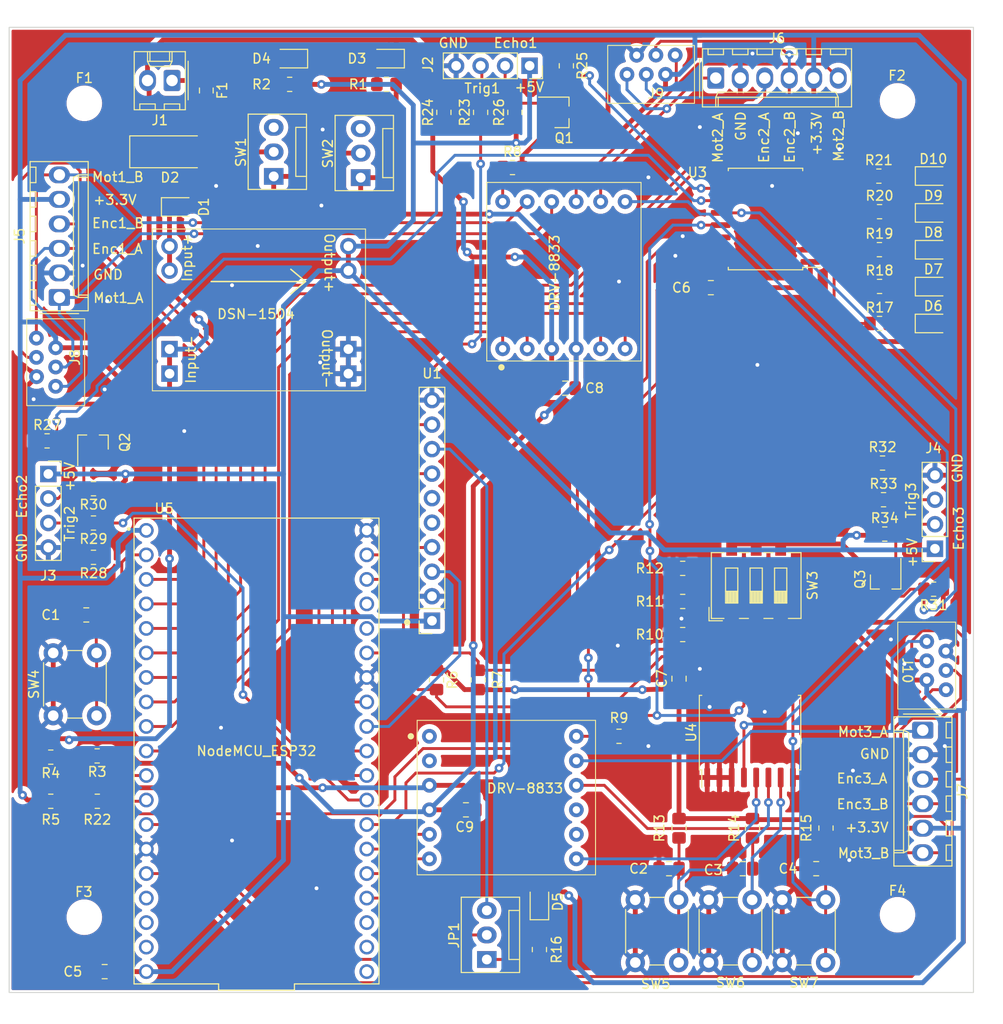
<source format=kicad_pcb>
(kicad_pcb (version 20221018) (generator pcbnew)
  (layers (0 "F.Cu" signal) (31 "B.Cu" signal) (34 "B.Paste" user) (35 "F.Paste" user) (36 "B.SilkS" user "B.Silkscreen") (37 "F.SilkS" user "F.Silkscreen") (38 "B.Mask" user) (39 "F.Mask" user) (44 "Edge.Cuts" user))
  (net 0 "")
  (net 1 "Net-(U5-EN{slash}RESET)")
  (net 2 "GND")
  (net 3 "/Button_1")
  (net 4 "/Button_2")
  (net 5 "/Button_3")
  (net 6 "+5V")
  (net 7 "+3.3V")
  (net 8 "VCC")
  (net 9 "GNDPWR")
  (net 10 "Net-(D1-K)")
  (net 11 "Net-(D1-A)")
  (net 12 "Net-(D2-A2)")
  (net 13 "Net-(D3-A)")
  (net 14 "Net-(D4-A)")
  (net 15 "Net-(D5-K)")
  (net 16 "Net-(D6-K)")
  (net 17 "Net-(D7-K)")
  (net 18 "Net-(D8-K)")
  (net 19 "Net-(D9-K)")
  (net 20 "Net-(D10-K)")
  (net 21 "+12V")
  (net 22 "Net-(J2-Pin_2)")
  (net 23 "Net-(J2-Pin_3)")
  (net 24 "Net-(J3-Pin_2)")
  (net 25 "Net-(J3-Pin_3)")
  (net 26 "Net-(J4-Pin_2)")
  (net 27 "Net-(J4-Pin_3)")
  (net 28 "/Mot1_A")
  (net 29 "/Mot1_EncA")
  (net 30 "/Mot1_EncB")
  (net 31 "/Mot1_B")
  (net 32 "/Mot2_A")
  (net 33 "/Mot2_EncA")
  (net 34 "/Mot2_EncB")
  (net 35 "/Mot2_B")
  (net 36 "/Mot3_A")
  (net 37 "/Mot3_EncA")
  (net 38 "/Mot3_EncB")
  (net 39 "/Mot3_B")
  (net 40 "/LED_Heart")
  (net 41 "Net-(JP1-C)")
  (net 42 "/MPU95 interrupt")
  (net 43 "/UV_Trig_1")
  (net 44 "/UV_Trig_2")
  (net 45 "/UV_Trig_3")
  (net 46 "/Battery level")
  (net 47 "/Interrupt")
  (net 48 "/I2C_SDA")
  (net 49 "/I2C_SCL")
  (net 50 "Net-(U7-EEP)")
  (net 51 "Net-(U6-EEP)")
  (net 52 "Net-(U4-P5)")
  (net 53 "Net-(U4-P6)")
  (net 54 "Net-(U4-P7)")
  (net 55 "/LED_1")
  (net 56 "/LED_2")
  (net 57 "/LED_3")
  (net 58 "/LED_4")
  (net 59 "/LED_5")
  (net 60 "Net-(U5-P14{slash}GPIO14{slash}ADC2_CH6)")
  (net 61 "/UV_Echo_1")
  (net 62 "/UV_Echo_2")
  (net 63 "/UV_Echo_3")
  (net 66 "/SCLK")
  (net 67 "/MOSI")
  (net 70 "/MISO")
  (net 71 "/nCS")
  (net 72 "/DRV1_FAULT")
  (net 73 "/DRV2_FAULT")
  (net 74 "/Mot1_DrvA")
  (net 75 "/Mot1_DrvB")
  (net 76 "/Mot3_DrvA")
  (net 77 "/Mot3_DrvB")
  (net 84 "/Mot2_DrvB")
  (net 85 "/Mot2_DrvA")
  (footprint "Onlab:DRV-8833_module" (layer "F.Cu") (at 164.232 106.427)
    (fp_text reference "U6")
    (fp_text value "DRV-8833_module")
  )
  (footprint "Capacitor_SMD:C_0805_2012Metric_Pad1.18x1.45mm_HandSolder" (layer "F.Cu") (at 187.071 53.975 180)
    (fp_text reference "C6")
    (fp_text value "0.1u")
  )
  (footprint "Connector:FanPinHeader_1x03_P2.54mm_Vertical" (layer "F.Cu") (at 150.755 42.575 90)
    (fp_text reference "SW2")
    (fp_text value "SW_SPDT")
  )
  (footprint "Onlab:motor" (layer "F.Cu") (at 116.126 66.198 90)
    (fp_text reference "J8")
    (fp_text value "DC-Motor")
  )
  (footprint "LED_SMD:LED_0805_2012Metric_Pad1.15x1.40mm_HandSolder" (layer "F.Cu") (at 169.291 117.602 90)
    (fp_text reference "D5")
    (fp_text value "LED")
  )
  (footprint "Resistor_SMD:R_0805_2012Metric_Pad1.20x1.40mm_HandSolder" (layer "F.Cu") (at 199.009 109.966 -90)
    (fp_text reference "R15")
    (fp_text value "10k")
  )
  (footprint "Package_TO_SOT_SMD:SOT-23_Handsoldering" (layer "F.Cu") (at 171.601 35.814)
    (fp_text reference "Q1")
    (fp_text value "NMOS")
  )
  (footprint "Connector_PinSocket_2.54mm:PinSocket_1x04_P2.54mm_Vertical" (layer "F.Cu") (at 118.364 73.279)
    (fp_text reference "J3")
    (fp_text value "HC_SR04")
  )
  (footprint "Connector_PinSocket_2.54mm:PinSocket_1x10_P2.54mm_Vertical" (layer "F.Cu") (at 158.15 88.487 180)
    (fp_text reference "U1")
    (fp_text value "MPU-9250_IMU")
  )
  (footprint "Resistor_SMD:R_0805_2012Metric_Pad1.20x1.40mm_HandSolder" (layer "F.Cu") (at 123.428 102.489 180)
    (fp_text reference "R3")
    (fp_text value "7.5k")
  )
  (footprint "Fuse:Fuse_0805_2012Metric_Pad1.15x1.40mm_HandSolder" (layer "F.Cu") (at 134.747 33.548 -90)
    (fp_text reference "F1")
    (fp_text value "Polyfuse")
  )
  (footprint "NodeMCU_ESP32:MODULE_NODEMCU-32S" (layer "F.Cu") (at 139.954 101.981)
    (fp_text reference "U5")
    (fp_text value "NodeMCU_ESP32")
  )
  (footprint "Resistor_SMD:R_0805_2012Metric_Pad1.20x1.40mm_HandSolder" (layer "F.Cu") (at 191.389 109.982 -90)
    (fp_text reference "R14")
    (fp_text value "10k")
  )
  (footprint "MountingHole:MountingHole_3.2mm_M3" (layer "F.Cu") (at 206.426 34.62)
    (fp_text reference "F2")
    (fp_text value "MountingHole_3.2mm_M3")
  )
  (footprint "Resistor_SMD:R_0805_2012Metric_Pad1.20x1.40mm_HandSolder" (layer "F.Cu") (at 123.444 107.188)
    (fp_text reference "R22")
    (fp_text value "100")
  )
  (footprint "Resistor_SMD:R_0805_2012Metric_Pad1.20x1.40mm_HandSolder" (layer "F.Cu") (at 204.564 46.101)
    (fp_text reference "R20")
    (fp_text value "67.5")
  )
  (footprint "Onlab:DSN1504_module" (layer "F.Cu") (at 139.319 55.519)
    (fp_text reference "U2")
    (fp_text value "DSN-1504_module")
  )
  (footprint "Resistor_SMD:R_0805_2012Metric_Pad1.20x1.40mm_HandSolder" (layer "F.Cu") (at 183.769 109.982 -90)
    (fp_text reference "R13")
    (fp_text value "10k")
  )
  (footprint "LED_SMD:LED_0805_2012Metric_Pad1.15x1.40mm_HandSolder" (layer "F.Cu") (at 153.425 30.246 180)
    (fp_text reference "D3")
    (fp_text value "LED")
  )
  (footprint "Capacitor_SMD:C_0805_2012Metric_Pad1.18x1.45mm_HandSolder" (layer "F.Cu") (at 197.993 114.173 180)
    (fp_text reference "C4")
    (fp_text value "10n")
  )
  (footprint "Package_SO:SOIC-16W_7.5x10.3mm_P1.27mm" (layer "F.Cu") (at 192.737 46.863 180)
    (fp_text reference "U3")
    (fp_text value "XL8574T")
  )
  (footprint "Button_Switch_THT:SW_PUSH_6mm_H5mm" (layer "F.Cu") (at 191.353 117.4 -90)
    (fp_text reference "SW6")
    (fp_text value "SW_Push")
  )
  (footprint "Resistor_SMD:R_0805_2012Metric_Pad1.20x1.40mm_HandSolder" (layer "F.Cu") (at 184.15 86.487 180)
    (fp_text reference "R11")
    (fp_text value "10k")
  )
  (footprint "Resistor_SMD:R_0805_2012Metric_Pad1.20x1.40mm_HandSolder" (layer "F.Cu") (at 204.978 75.946)
    (fp_text reference "R33")
    (fp_text value "1k")
  )
  (footprint "Resistor_SMD:R_0805_2012Metric_Pad1.20x1.40mm_HandSolder" (layer "F.Cu") (at 177.546 100.457 180)
    (fp_text reference "R9")
    (fp_text value "10k")
  )
  (footprint "Resistor_SMD:R_0805_2012Metric_Pad1.20x1.40mm_HandSolder" (layer "F.Cu") (at 204.876 72.146)
    (fp_text reference "R32")
    (fp_text value "2k")
  )
  (footprint "Resistor_SMD:R_0805_2012Metric_Pad1.20x1.40mm_HandSolder" (layer "F.Cu") (at 163.195 35.814 90)
    (fp_text reference "R23")
    (fp_text value "1k")
  )
  (footprint "LED_SMD:LED_0805_2012Metric_Pad1.15x1.40mm_HandSolder" (layer "F.Cu") (at 210.136 53.866)
    (fp_text reference "D7")
    (fp_text value "LED")
  )
  (footprint "Connector_Molex:Molex_KK-254_AE-6410-06A_1x06_P2.54mm_Vertical" (layer "F.Cu") (at 187.579 32.258)
    (fp_text reference "J6")
    (fp_text value "DC-Motor")
  )
  (footprint "Resistor_SMD:R_0805_2012Metric_Pad1.20x1.40mm_HandSolder" (layer "F.Cu") (at 123.047 74.803 180)
    (fp_text reference "R30")
    (fp_text value "4.7k")
  )
  (footprint "Resistor_SMD:R_0805_2012Metric_Pad1.20x1.40mm_HandSolder" (layer "F.Cu") (at 204.564 57.685)
    (fp_text reference "R17")
    (fp_text value "67.5")
  )
  (footprint "Capacitor_SMD:C_0805_2012Metric_Pad1.18x1.45mm_HandSolder" (layer "F.Cu") (at 182.7315 114.173 180)
    (fp_text reference "C2")
    (fp_text value "10n")
  )
  (footprint "Capacitor_SMD:C_0805_2012Metric_Pad1.18x1.45mm_HandSolder" (layer "F.Cu") (at 171.958 64.389 180)
    (fp_text reference "C8")
    (fp_text value "0.1u")
  )
  (footprint "Resistor_SMD:R_0805_2012Metric_Pad1.20x1.40mm_HandSolder" (layer "F.Cu") (at 153.432 32.913 180)
    (fp_text reference "R1")
    (fp_text value "502.5")
  )
  (footprint "Resistor_SMD:R_0805_2012Metric_Pad1.20x1.40mm_HandSolder" (layer "F.Cu") (at 204.4925 42.418)
    (fp_text reference "R21")
    (fp_text value "67.5")
  )
  (footprint "Resistor_SMD:R_0805_2012Metric_Pad1.20x1.40mm_HandSolder" (layer "F.Cu") (at 166.497 41.529 180)
    (fp_text reference "R8")
    (fp_text value "10k")
  )
  (footprint "Onlab:motor" (layer "F.Cu") (at 176.372 28.877)
    (fp_text reference "J9")
    (fp_text value "DC-Motor")
  )
  (footprint "Connector_Molex:Molex_KK-254_AE-6410-02A_1x02_P2.54mm_Vertical" (layer "F.Cu") (at 131.191 32.512 180)
    (fp_text reference "J1")
    (fp_text value "Battery")
  )
  (footprint "MountingHole:MountingHole_3.2mm_M3" (layer "F.Cu") (at 122.098 34.874)
    (fp_text reference "F1")
    (fp_text value "MountingHole_3.2mm_M3")
  )
  (footprint "Resistor_SMD:R_0805_2012Metric_Pad1.20x1.40mm_HandSolder" (layer "F.Cu") (at 159.385 35.814 90)
    (fp_text reference "R24")
    (fp_text value "2k")
  )
  (footprint "Onlab:DRV-8833_module" (layer "F.Cu") (at 171.451 53.954 90)
    (fp_text reference "U7")
    (fp_text value "DRV-8833_module")
  )
  (footprint "LED_SMD:LED_0805_2012Metric_Pad1.15x1.40mm_HandSolder" (layer "F.Cu") (at 210.136 42.409)
    (fp_text reference "D10")
    (fp_text value "LED")
  )
  (footprint "Capacitor_SMD:C_0805_2012Metric_Pad1.18x1.45mm_HandSolder" (layer "F.Cu") (at 190.373 114.173 180)
    (fp_text reference "C3")
    (fp_text value "10n")
  )
  (footprint "Button_Switch_THT:SW_PUSH_6mm_H5mm" (layer "F.Cu") (at 183.733 117.4 -90)
    (fp_text reference "SW5")
    (fp_text value "SW_Push")
  )
  (footprint "Capacitor_SMD:C_0805_2012Metric_Pad1.18x1.45mm_HandSolder" (layer "F.Cu") (at 122.301 87.884 180)
    (fp_text reference "C1")
    (fp_text value "10n")
  )
  (footprint "MountingHole:MountingHole_3.2mm_M3" (layer "F.Cu") (at 122.098 119.202)
    (fp_text reference "F3")
    (fp_text value "MountingHole_3.2mm_M3")
  )
  (footprint "Resistor_SMD:R_0805_2012Metric_Pad1.20x1.40mm_HandSolder" (layer "F.Cu") (at 162.941 94.615 90)
    (fp_text reference "R7")
    (fp_text value "4.7k")
  )
  (footprint "Connector:FanPinHeader_1x03_P2.54mm_Vertical" (layer "F.Cu") (at 141.738 42.448 90)
    (fp_text reference "SW1")
    (fp_text value "SW_SPDT")
  )
  (footprint "Resistor_SMD:R_0805_2012Metric_Pad1.20x1.40mm_HandSolder" (layer "F.Cu") (at 204.548 50.038)
    (fp_text reference "R19")
    (fp_text value "67.5")
  )
  (footprint "Resistor_SMD:R_0805_2012Metric_Pad1.20x1.40mm_HandSolder" (layer "F.Cu") (at 118.237 69.85)
    (fp_text reference "R27")
    (fp_text value "4.7k")
  )
  (footprint "Capacitor_SMD:C_0805_2012Metric_Pad1.18x1.45mm_HandSolder" (layer "F.Cu") (at 161.671 108.077)
    (fp_text reference "C9")
    (fp_text value "0.1u")
  )
  (footprint "Button_Switch_THT:SW_PUSH_6mm_H5mm" (layer "F.Cu") (at 198.973 117.4 -90)
    (fp_text reference "SW7")
    (fp_text value "SW_Push")
  )
  (footprint "Resistor_SMD:R_0805_2012Metric_Pad1.20x1.40mm_HandSolder" (layer "F.Cu") (at 205.105 79.502)
    (fp_text reference "R34")
    (fp_text value "4.7k")
  )
  (footprint "Diode_SMD:D_SMA_Handsoldering" (layer "F.Cu") (at 131.318 39.898)
    (fp_text reference "D2")
    (fp_text value "D_TVS")
  )
  (footprint "LED_SMD:LED_0805_2012Metric_Pad1.15x1.40mm_HandSolder" (layer "F.Cu") (at 210.136 50.047)
    (fp_text reference "D8")
    (fp_text value "LED")
  )
  (footprint "Resistor_SMD:R_0805_2012Metric_Pad1.20x1.40mm_HandSolder" (layer "F.Cu") (at 118.618 102.616 180)
    (fp_text reference "R4")
    (fp_text value "2.5k")
  )
  (footprint "Connector:FanPinHeader_1x03_P2.54mm_Vertical" (layer "F.Cu") (at 163.836 123.581 90)
    (fp_text reference "JP1")
    (fp_text value "Jumper_3_Bridged12")
  )
  (footprint "Package_TO_SOT_SMD:SOT-23_Handsoldering" (layer "F.Cu") (at 205.196 84.441 -90)
    (fp_text reference "Q3")
    (fp_text value "NMOS")
  )
  (footprint "Onlab:motor" (layer "F.Cu") (at 212.455 88.631 -90)
    (fp_text reference "J10")
    (fp_text value "DC-Motor")
  )
  (footprint "Capacitor_SMD:C_0805_2012Metric_Pad1.18x1.45mm_HandSolder" (layer "F.Cu") (at 124.206 124.841 180)
    (fp_text reference "C5")
    (fp_text value "0.1u")
  )
  (footprint "Resistor_SMD:R_0805_2012Metric_Pad1.20x1.40mm_HandSolder" (layer "F.Cu") (at 123.047 78.359 180)
    (fp_text reference "R29")
    (fp_text value "1k")
  )
  (footprint "Resistor_SMD:R_0805_2012Metric_Pad1.20x1.40mm_HandSolder" (layer "F.Cu") (at 169.291 122.555 90)
    (fp_text reference "R16")
    (fp_text value "67.5")
  )
  (footprint "Package_SO:SOIC-16W_7.5x10.3mm_P1.27mm" (layer "F.Cu") (at 191.135 100.076 90)
    (fp_text reference "U4")
    (fp_text value "XL8574T")
  )
  (footprint "Resistor_SMD:R_0805_2012Metric_Pad1.20x1.40mm_HandSolder" (layer "F.Cu") (at 118.618 107.188)
    (fp_text reference "R5")
    (fp_text value "10k")
  )
  (footprint "Resistor_SMD:R_0805_2012Metric_Pad1.20x1.40mm_HandSolder" (layer "F.Cu") (at 184.15 83.058 180)
    (fp_text reference "R12")
    (fp_text value "10k")
  )
  (footprint "Resistor_SMD:R_0805_2012Metric_Pad1.20x1.40mm_HandSolder" (layer "F.Cu") (at 123.047 81.915 180)
    (fp_text reference "R28")
    (fp_text value "2k")
  )
  (footprint "Resistor_SMD:R_0805_2012Metric_Pad1.20x1.40mm_HandSolder" (layer "F.Cu") (at 143.392 32.913 180)
    (fp_text reference "R2")
    (fp_text value "152.5")
  )
  (footprint "Resistor_SMD:R_0805_2012Metric_Pad1.20x1.40mm_HandSolder" (layer "F.Cu") (at 172.085 30.988 -90)
    (fp_text reference "R25")
    (fp_text value "4.7k")
  )
  (footprint "Resistor_SMD:R_0805_2012Metric_Pad1.20x1.40mm_HandSolder" (layer "F.Cu") (at 210.169 85.217 180)
    (fp_text reference "R31")
    (fp_text value "4.7k")
  )
  (footprint "Diode_SMD:D_0805_2012Metric_Pad1.15x1.40mm_HandSolder" (layer "F.Cu") (at 131.953 45.613)
    (fp_text reference "D1")
    (fp_text value "D_Schottky")
  )
  (footprint "Capacitor_SMD:C_0805_2012Metric_Pad1.18x1.45mm_HandSolder" (layer "F.Cu") (at 183.769 94.488 90)
    (fp_text reference "C7")
    (fp_text value "0.1u")
  )
  (footprint "Button_Switch_SMD:SW_DIP_SPSTx03_Slide_6.7x9.18mm_W8.61mm_P2.54mm_LowProfile" (layer "F.Cu") (at 191.77 84.836 90)
    (fp_text reference "SW3")
    (fp_text value "SW_DIP_x03")
  )
  (footprint "Connector_Molex:Molex_KK-254_AE-6410-06A_1x06_P2.54mm_Vertical" (layer "F.Cu") (at 209.042 99.822 -90)
    (fp_text reference "J7")
    (fp_text value "DC-Motor")
  )
  (footprint "Connector_PinSocket_2.54mm:PinSocket_1x04_P2.54mm_Vertical" (layer "F.Cu") (at 168.275 30.988 -90)
    (fp_text reference "J2")
    (fp_text value "HC_SR04")
  )
  (footprint "Resistor_SMD:R_0805_2012Metric_Pad1.20x1.40mm_HandSolder" (layer "F.Cu") (at 184.15 89.916 180)
    (fp_text reference "R10")
    (fp_text value "10k")
  )
  (footprint "Resistor_SMD:R_0805_2012Metric_Pad1.20x1.40mm_HandSolder" (layer "F.Cu") (at 166.751 35.814 90)
    (fp_text reference "R26")
    (fp_text value "4.7k")
  )
  (footprint "LED_SMD:LED_0805_2012Metric_Pad1.15x1.40mm_HandSolder" (layer "F.Cu") (at 143.392 30.246 180)
    (fp_text reference "D4")
    (fp_text value "LED")
  )
  (footprint "Connector_PinSocket_2.54mm:PinSocket_1x04_P2.54mm_Vertical" (layer "F.Cu") (at 210.312 81.026 180)
    (fp_text reference "J4")
    (fp_text value "HC_SR04")
  )
  (footprint "Package_TO_SOT_SMD:SOT-23_Handsoldering" (layer "F.Cu") (at 122.997 70.001 90)
    (fp_text reference "Q2")
    (fp_text value "NMOS")
  )
  (footprint "LED_SMD:LED_0805_2012Metric_Pad1.15x1.40mm_HandSolder" (layer "F.Cu") (at 210.136 46.228)
    (fp_text reference "D9")
    (fp_text value "LED")
  )
  (footprint "Connector_Molex:Molex_KK-254_AE-6410-06A_1x06_P2.54mm_Vertical" (layer "F.Cu") (at 119.507 54.991 90)
    (fp_text reference "J5")
    (fp_text value "DC-Motor")
  )
  (footprint "LED_SMD:LED_0805_2012Metric_Pad1.15x1.40mm_HandSolder" (layer "F.Cu") (at 210.127 57.685)
    (fp_text reference "D6")
    (fp_text value "LED")
  )
  (footprint "Button_Switch_THT:SW_PUSH_6mm_H5mm" (layer "F.Cu") (at 118.872 98.321 90)
    (fp_text reference "SW4")
    (fp_text value "SW_Push")
  )
  (footprint "Resistor_SMD:R_0805_2012Metric_Pad1.20x1.40mm_HandSolder" (layer "F.Cu") (at 158.623 94.615 -90)
    (fp_text reference "R6")
    (fp_text value "4.7k")
  )
  (footprint "Resistor_SMD:R_0805_2012Metric_Pad1.20x1.40mm_HandSolder" (layer "F.Cu") (at 204.564 53.848)
    (fp_text reference "R18")
    (fp_text value "67.5")
  )
  (footprint "MountingHole:MountingHole_3.2mm_M3" (layer "F.Cu") (at 206.426 118.948)
    (fp_text reference "F4")
    (fp_text value "MountingHole_3.2mm_M3")
  )
  (gr_circle (center 165.354 62.23) (end 165.608 62.23) (stroke (width 0.15)) (fill solid) (layer "F.SilkS"))
  (gr_line (start 145.034 53.34) (end 143.51 54.61) (stroke (width 0.153)) (layer "F.SilkS"))
  (gr_line (start 145.034 53.34) (end 143.51 52.07) (stroke (width 0.153)) (layer "F.SilkS"))
  (gr_line (start 135.255 53.34) (end 145.034 53.34) (stroke (width 0.153)) (layer "F.SilkS"))
  (gr_circle (center 155.956 100.457) (end 156.21 100.457) (stroke (width 0.15)) (fill solid) (layer "F.SilkS"))
  (gr_circle (center 155.575 88.646) (end 155.829 88.646) (stroke (width 0.15)) (fill solid) (layer "F.SilkS"))
  (gr_rect locked (start 114.3 27) (end 214.3 127) (stroke (width 0.1)) (fill none) (layer "Edge.Cuts"))
  (gr_text "Output+\n" (at 146.939 48.26 -90) (layer "F.SilkS") (effects (font (size 1 1) (thickness 0.153)) (justify left bottom)))
  (gr_text "Input+" (at 133.35 53.467 90) (layer "F.SilkS") (effects (font (size 1 1) (thickness 0.153)) (justify left bottom)))
  (gr_text "GND" (at 158.75 29.21) (layer "F.SilkS") (effects (font (size 1 1) (thickness 0.153)) (justify left bottom)))
  (gr_text "Echo2" (at 116.205 77.978 90) (layer "F.SilkS") (effects (font (size 1 1) (thickness 0.153)) (justify left bottom)))
  (gr_text "+3.3V" (at 122.936 45.466) (layer "F.SilkS") (effects (font (size 1 1) (thickness 0.153)) (justify left bottom)))
  (gr_text "Enc3_B" (at 200.025 108.077) (layer "F.SilkS") (effects (font (size 1 1) (thickness 0.153)) (justify left bottom)))
  (gr_text "Mot2_B" (at 200.914 41.021 90) (layer "F.SilkS") (effects (font (size 1 1) (thickness 0.153)) (justify left bottom)))
  (gr_text "GND" (at 202.438 102.87) (layer "F.SilkS") (effects (font (size 1 1) (thickness 0.153)) (justify left bottom)))
  (gr_text "Output-\n" (at 146.685 58.166 -90) (layer "F.SilkS") (effects (font (size 1 1) (thickness 0.153)) (justify left bottom)))
  (gr_text "+3.3V" (at 198.628 40.386 90) (layer "F.SilkS") (effects (font (size 1 1) (thickness 0.153)) (justify left bottom)))
  (gr_text "Enc1_B" (at 122.809 47.879) (layer "F.SilkS") (effects (font (size 1 1) (thickness 0.153)) (justify left bottom)))
  (gr_text "+5V" (at 121.158 75.184 90) (layer "F.SilkS") (effects (font (size 1 1) (thickness 0.153)) (justify left bottom)))
  (gr_text "Input-" (at 133.731 64.008 90) (layer "F.SilkS") (effects (font (size 1 1) (thickness 0.153)) (justify left bottom)))
  (gr_text "Mot2_A\n\n" (at 189.992 41.148 90) (layer "F.SilkS") (effects (font (size 1 1) (thickness 0.153)) (justify left bottom)))
  (gr_text "Mot1_A" (at 122.936 55.626) (layer "F.SilkS") (effects (font (size 1 1) (thickness 0.153)) (justify left bottom)))
  (gr_text "+5V" (at 208.534 83.058 90) (layer "F.SilkS") (effects (font (size 1 1) (thickness 0.153)) (justify left bottom)))
  (gr_text "Mot1_B\n\n" (at 122.809 44.704) (layer "F.SilkS") (effects (font (size 1 1) (thickness 0.153)) (justify left bottom)))
  (gr_text "+5V" (at 166.624 33.782) (layer "F.SilkS") (effects (font (size 1 1) (thickness 0.153)) (justify left bottom)))
  (gr_text "Enc1_A" (at 122.809 50.546) (layer "F.SilkS") (effects (font (size 1 1) (thickness 0.153)) (justify left bottom)))
  (gr_text "Trig1" (at 161.417 33.909) (layer "F.SilkS") (effects (font (size 1 1) (thickness 0.153)) (justify left bottom)))
  (gr_text "Mot3_B" (at 200.152 113.157) (layer "F.SilkS") (effects (font (size 1 1) (thickness 0.153)) (justify left bottom)))
  (gr_text "Echo3" (at 213.36 81.28 90) (layer "F.SilkS") (effects (font (size 1 1) (thickness 0.153)) (justify left bottom)))
  (gr_text "Trig3" (at 208.407 77.978 90) (layer "F.SilkS") (effects (font (size 1 1) (thickness 0.153)) (justify left bottom)))
  (gr_text "GND" (at 116.205 82.55 90) (layer "F.SilkS") (effects (font (size 1 1) (thickness 0.153)) (justify left bottom)))
  (gr_text "Enc2_B" (at 195.834 41.148 90) (layer "F.SilkS") (effects (font (size 1 1) (thickness 0.153)) (justify left bottom)))
  (gr_text "Echo1" (at 164.465 29.21) (layer "F.SilkS") (effects (font (size 1 1) (thickness 0.153)) (justify left bottom)))
  (gr_text "GND" (at 122.936 53.213) (layer "F.SilkS") (effects (font (size 1 1) (thickness 0.153)) (justify left bottom)))
  (gr_text "Mot3_A" (at 200.152 100.584) (layer "F.SilkS") (effects (font (size 1 1) (thickness 0.153)) (justify left bottom)))
  (gr_text "Enc3_A" (at 200.025 105.41) (layer "F.SilkS") (effects (font (size 1 1) (thickness 0.153)) (justify left bottom)))
  (gr_text "Trig2" (at 121.158 80.391 90) (layer "F.SilkS") (effects (font (size 1 1) (thickness 0.153)) (justify left bottom)))
  (gr_text "GND" (at 213.233 74.295 90) (layer "F.SilkS") (effects (font (size 1 1) (thickness 0.153)) (justify left bottom)))
  (gr_text "+3.3V" (at 200.914 110.49) (layer "F.SilkS") (effects (font (size 1 1) (thickness 0.153)) (justify left bottom)))
  (gr_text "GND" (at 190.754 38.862 90) (layer "F.SilkS") (effects (font (size 1 1) (thickness 0.153)) (justify left bottom)))
  (gr_text "Enc2_A" (at 193.167 41.148 90) (layer "F.SilkS") (effects (font (size 1 1) (thickness 0.153)) (justify left bottom)))
  (segment (start 126.746 81.661) (end 125.984 82.423) (width 0.3) (layer "F.Cu") (net 1))
  (segment (start 123.372 98.321) (end 123.372 91.821) (width 0.3) (layer "F.Cu") (net 1))
  (segment (start 125.984 86.995) (end 125.095 87.884) (width 0.3) (layer "F.Cu") (net 1))
  (segment (start 123.3385 87.884) (end 123.3385 91.7875) (width 0.3) (layer "F.Cu") (net 1))
  (segment (start 125.095 87.884) (end 123.3385 87.884) (width 0.3) (layer "F.Cu") (net 1))
  (segment (start 123.3385 91.7875) (end 123.372 91.821) (width 0.3) (layer "F.Cu") (net 1))
  (segment (start 125.984 82.423) (end 125.984 86.995) (width 0.3) (layer "F.Cu") (net 1))
  (segment (start 128.524 81.661) (end 126.746 81.661) (width 0.3) (layer "F.Cu") (net 1))
  (segment (start 179.233 123.9) (end 179.233 117.4) (width 0.5) (layer "F.Cu") (net 2))
  (segment (start 149.479 62.885) (end 149.479 60.345) (width 0.5) (layer "F.Cu") (net 2))
  (segment (start 194.473 123.9) (end 194.473 117.4) (width 0.5) (layer "F.Cu") (net 2))
  (segment (start 186.853 123.9) (end 186.853 117.4) (width 0.5) (layer "F.Cu") (net 2))
  (segment (start 118.872 98.321) (end 118.872 91.821) (width 0.5) (layer "F.Cu") (net 2))
  (via (at 184.15 48.641) (size 0.9) (drill 0.4) (layers "F.Cu" "B.Cu") (net 2))
  (via (at 201.422 113.284) (size 0.9) (drill 0.4) (layers "F.Cu" "B.Cu") (net 2))
  (via (at 196.088 37.973) (size 0.9) (drill 0.4) (layers "F.Cu" "B.Cu") (net 2))
  (via (at 191.897 61.976) (size 0.9) (drill 0.4) (layers "F.Cu" "B.Cu") (net 2))
  (via (at 137.414 111.252) (size 0.9) (drill 0.4) (layers "F.Cu" "B.Cu") (net 2))
  (via (at 146.812 37.592) (size 0.9) (drill 0.4) (layers "F.Cu" "B.Cu") (net 2))
  (via (at 116.84 65.532) (size 0.9) (drill 0.4) (layers "F.Cu" "B.Cu") (net 2))
  (via (at 124.206 64.516) (size 0.9) (drill 0.4) (layers "F.Cu" "B.Cu") (net 2))
  (via (at 186.944 97.409) (size 0.9) (drill 0.4) (layers "F.Cu" "B.Cu") (net 2))
  (via (at 177.546 53.34) (size 0.9) (drill 0.4) (layers "F.Cu" "B.Cu") (net 2))
  (via (at 180.594 42.545) (size 0.9) (drill 0.4) (layers "F.Cu" "B.Cu") (net 2))
  (via (at 184.023 88.265) (size 0.9) (drill 0.4) (layers "F.Cu" "B.Cu") (net 2))
  (via (at 146.685 45.466) (size 0.9) (drill 0.4) (layers "F.Cu" "B.Cu") (net 2))
  (via (at 205.74 90.424) (size 0.9) (drill 0.4) (layers "F.Cu" "B.Cu") (net 2))
  (via (at 124.46 55.372) (size 0.9) (drill 0.4) (layers "F.Cu" "B.Cu") (net 2))
  (via (at 201.803 104.013) (size 0.9) (drill 0.4) (layers "F.Cu" "B.Cu") (net 2))
  (via (at 193.421 43.434) (size 0.9) (drill 0.4) (layers "F.Cu" "B.Cu") (net 2))
  (via (at 185.928 93.472) (size 0.9) (drill 0.4) (layers "F.Cu" "B.Cu") (net 2))
  (via (at 132.461 68.834) (size 0.9) (drill 0.4) (layers "F.Cu" "B.Cu") (net 2))
  (via (at 207.137 92.964) (size 0.9) (drill 0.4) (layers "F.Cu" "B.Cu") (net 2))
  (via (at 191.389 29.718) (size 0.9) (drill 0.4) (layers "F.Cu" "B.Cu") (net 2))
  (via (at 211.328 101.473) (size 0.9) (drill 0.4) (layers "F.Cu" "B.Cu") (net 2))
  (via (at 146.558 61.722) (size 0.9) (drill 0.4) (layers "F.Cu" "B.Cu") (net 2))
  (via (at 140.081 49.657) (size 0.9) (drill 0.4) (layers "F.Cu" "B.Cu") (net 2))
  (via (at 183.388 50.673) (size 0.9) (drill 0.4) (layers "F.Cu" "B.Cu") (net 2))
  (via (at 180.594 101.473) (size 0.9) (drill 0.4) (layers "F.Cu" "B.Cu") (net 2))
  (via (at 121.92 51.689) (size 0.9) (drill 0.4) (layers "F.Cu" "B.Cu") (net 2))
  (via (at 192.659 97.917) (size 0.9) (drill 0.4) (layers "F.Cu" "B.Cu") (net 2))
  (via (at 185.928 37.338) (size 0.9) (drill 0.4) (layers "F.Cu" "B.Cu") (net 2))
  (via (at 137.414 53.721) (size 0.9) (drill 0.4) (layers "F.Cu" "B.Cu") (net 2))
  (via (at 135.763 43.434) (size 0.9) (drill 0.4) (layers "F.Cu" "B.Cu") (net 2))
  (via (at 146.177 116.205) (size 0.9) (drill 0.4) (layers "F.Cu" "B.Cu") (net 2))
  (via (at 177.419 91.059) (size 0.9) (drill 0.4) (layers "F.Cu" "B.Cu") (net 2))
  (via (at 200.406 39.624) (size 0.9) (drill 0.4) (layers "F.Cu" "B.Cu") (net 2))
  (via (at 136.271 99.568) (size 0.9) (drill 0.4) (layers "F.Cu" "B.Cu") (net 2))
  (segment (start 183.733 114.2305) (end 183.7905 114.173) (width 0.3) (layer "F.Cu") (net 3))
  (segment (start 183.733 123.9) (end 183.733 117.4) (width 0.3) (layer "F.Cu") (net 3))
  (segment (start 193.04 107.315) (end 193.04 104.726) (width 0.3) (layer "F.Cu") (net 3))
  (segment (start 183.733 117.4) (end 183.733 114.2305) (width 0.3) (layer "F.Cu") (net 3))
  (segment (start 183.769 114.173) (end 183.769 110.982) (width 0.3) (layer "F.Cu") (net 3))
  (via (at 193.04 107.315) (size 0.9) (drill 0.4) (layers "F.Cu" "B.Cu") (net 3))
  (segment (start 184.912 114.3) (end 188.4045 114.3) (width 0.3) (layer "B.Cu") (net 3))
  (segment (start 193.04 109.6645) (end 193.04 107.315) (width 0.3) (layer "B.Cu") (net 3))
  (segment (start 188.4045 114.3) (end 193.04 109.6645) (width 0.3) (layer "B.Cu") (net 3))
  (segment (start 183.733 117.4) (end 183.733 115.479) (width 0.3) (layer "B.Cu") (net 3))
  (segment (start 183.733 115.479) (end 184.912 114.3) (width 0.3) (layer "B.Cu") (net 3))
  (segment (start 191.353 123.9) (end 191.353 117.4) (width 0.3) (layer "F.Cu") (net 4))
  (segment (start 194.31 107.315) (end 194.31 104.726) (width 0.3) (layer "F.Cu") (net 4))
  (segment (start 191.353 114.2305) (end 191.4105 114.173) (width 0.3) (layer "F.Cu") (net 4))
  (segment (start 191.353 117.4) (end 191.353 114.2305) (width 0.3) (layer "F.Cu") (net 4))
  (segment (start 191.4105 114.173) (end 191.4105 110.9285) (width 0.3) (layer "F.Cu") (net 4))
  (segment (start 191.4105 110.9285) (end 191.389 110.907) (width 0.3) (layer "F.Cu") (net 4))
  (via (at 194.31 107.315) (size 0.9) (drill 0.4) (layers "F.Cu" "B.Cu") (net 4))
  (segment (start 191.353 113.066) (end 194.31 110.109) (width 0.3) (layer "B.Cu") (net 4))
  (segment (start 194.31 110.109) (end 194.31 107.315) (width 0.3) (layer "B.Cu") (net 4))
  (segment (start 191.353 117.4) (end 191.353 113.066) (width 0.3) (layer "B.Cu") (net 4))
  (segment (start 195.58 100.965) (end 195.58 95.426) (width 0.3) (layer "F.Cu") (net 5))
  (segment (start 198.973 114.2305) (end 199.0305 114.173) (width 0.3) (layer "F.Cu") (net 5))
  (segment (start 198.973 123.9) (end 198.973 117.4) (width 0.3) (layer "F.Cu") (net 5))
  (segment (start 199.009 110.907) (end 199.009 114.1515) (width 0.3) (layer "F.Cu") (net 5))
  (segment (start 198.973 117.4) (end 198.973 114.2305) (width 0.3) (layer "F.Cu") (net 5))
  (segment (start 199.009 114.1515) (end 199.0305 114.173) (width 0.3) (layer "F.Cu") (net 5))
  (via (at 195.58 100.965) (size 0.9) (drill 0.4) (layers "F.Cu" "B.Cu") (net 5))
  (segment (start 197.41 117.4) (end 198.973 117.4) (width 0.3) (layer "B.Cu") (net 5))
  (segment (start 195.58 100.965) (end 195.58 115.57) (width 0.3) (layer "B.Cu") (net 5))
  (segment (start 195.58 115.57) (end 197.41 117.4) (width 0.3) (layer "B.Cu") (net 5))
  (segment (start 166.878 38.989) (end 166.878 36.941) (width 0.5) (layer "F.Cu") (net 6))
  (segment (start 202.184 79.629) (end 203.978 79.629) (width 0.5) (layer "F.Cu") (net 6))
  (segment (start 126.365 73.279) (end 126.365 73.914) (width 0.5) (layer "F.Cu") (net 6))
  (segment (start 203.978 79.629) (end 204.105 79.502) (width 0.5) (layer "F.Cu") (net 6))
  (segment (start 166.878 36.941) (end 166.751 36.814) (width 0.5) (layer "F.Cu") (net 6))
  (segment (start 128.524 124.841) (end 125.2435 124.841) (width 0.5) (layer "F.Cu") (net 6))
  (segment (start 126.365 73.914) (end 125.476 74.803) (width 0.5) (layer "F.Cu") (net 6))
  (segment (start 146.685 32.913) (end 144.392 32.913) (width 0.5) (layer "F.Cu") (net 6))
  (segment (start 125.476 74.803) (end 124.047 74.803) (width 0.5) (layer "F.Cu") (net 6))
  (segment (start 149.479 52.217) (end 149.479 49.677) (width 0.5) (layer "F.Cu") (net 6))
  (via (at 166.878 38.989) (size 0.9) (drill 0.4) (layers "F.Cu" "B.Cu") (net 6))
  (via (at 146.685 32.913) (size 0.9) (drill 0.4) (layers "F.Cu" "B.Cu") (net 6))
  (via (at 126.365 73.279) (size 0.9) (drill 0.4) (layers "F.Cu" "B.Cu") (net 6))
  (via (at 202.184 79.629) (size 0.9) (drill 0.4) (layers "F.Cu" "B.Cu") (net 6))
  (segment (start 149.479 49.677) (end 153.523 49.677) (width 0.5) (layer "B.Cu") (net 6))
  (segment (start 146.411 52.217) (end 142.748 55.88) (width 0.5) (layer "B.Cu") (net 6))
  (segment (start 131.191 124.841) (end 128.524 124.841) (width 0.5) (layer "B.Cu") (net 6))
  (segment (start 142.748 55.88) (end 142.748 113.284) (width 0.5) (layer "B.Cu") (net 6))
  (segment (start 156.21 46.99) (end 156.21 35.052) (width 0.5) (layer "B.Cu") (net 6))
  (segment (start 152.336027 88.519) (end 151.886027 88.069) (width 0.5) (layer "B.Cu") (net 6))
  (segment (start 180.478 79.386) (end 176.648 79.386) (width 0.5) (layer "B.Cu") (net 6))
  (segment (start 153.523 49.677) (end 156.21 46.99) (width 0.5) (layer "B.Cu") (net 6))
  (segment (start 201.295 79.629) (end 200.787 80.137) (width 0.5) (layer "B.Cu") (net 6))
  (segment (start 210.195 81.143) (end 182.235 81.143) (width 0.5) (layer "B.Cu") (net 6))
  (segment (start 156.21 35.052) (end 154.071 32.913) (width 0.5) (layer "B.Cu") (net 6))
  (segment (start 142.748 113.284) (end 131.191 124.841) (width 0.5) (layer "B.Cu") (net 6))
  (segment (start 158.118 88.519) (end 152.336027 88.519) (width 0.5) (layer "B.Cu") (net 6))
  (segment (start 118.364 73.279) (end 126.365 73.279) (width 0.5) (layer "B.Cu") (net 6))
  (segment (start 149.479 52.217) (end 146.411 52.217) (width 0.5) (layer "B.Cu") (net 6))
  (segment (start 176.648 79.386) (end 149.479 52.217) (width 0.5) (layer "B.Cu") (net 6))
  (segment (start 200.787 80.137) (end 200.787 81.143) (width 0.5) (layer "B.Cu") (net 6))
  (segment (start 158.15 88.487) (end 158.118 88.519) (width 0.5) (layer "B.Cu") (net 6))
  (segment (start 202.184 79.629) (end 201.295 79.629) (width 0.5) (layer "B.Cu") (net 6))
  (segment (start 167.767 38.989) (end 168.275 38.481) (width 0.5) (layer "B.Cu") (net 6))
  (segment (start 154.071 32.913) (end 146.685 32.913) (width 0.5) (layer "B.Cu") (net 6))
  (segment (start 168.275 38.481) (end 168.275 30.988) (width 0.5) (layer "B.Cu") (net 6))
  (segment (start 182.235 81.143) (end 180.478 79.386) (width 0.5) (layer "B.Cu") (net 6))
  (segment (start 166.878 38.989) (end 167.767 38.989) (width 0.5) (layer "B.Cu") (net 6))
  (segment (start 126.365 73.279) (end 142.748 73.279) (width 0.5) (layer "B.Cu") (net 6))
  (segment (start 146.685 32.913) (end 146.685 32.786) (width 0.5) (layer "B.Cu") (net 6))
  (segment (start 210.312 81.026) (end 210.195 81.143) (width 0.5) (layer "B.Cu") (net 6))
  (segment (start 166.878 38.989) (end 156.21 38.989) (width 0.5) (layer "B.Cu") (net 6))
  (segment (start 151.886027 88.069) (end 142.748 88.069) (width 0.5) (layer "B.Cu") (net 6))
  (segment (start 197.387 54.004) (end 197.387 53.848) (width 0.5) (layer "F.Cu") (net 7))
  (segment (start 207.026 94.631) (end 202.438 90.043) (width 0.5) (layer "F.Cu") (net 7))
  (segment (start 178.546 100.457) (end 183.769 100.457) (width 0.5) (layer "F.Cu") (net 7))
  (segment (start 158.623 93.615) (end 159.528 93.615) (width 0.5) (layer "F.Cu") (net 7))
  (segment (start 125.984 63.627) (end 122.555 60.198) (width 0.5) (layer "F.Cu") (net 7))
  (segment (start 211.161 40.473) (end 211.161 42.409) (width 0.5) (layer "F.Cu") (net 7))
  (segment (start 209.931 88.646) (end 211.169 87.408) (width 0.5) (layer "F.Cu") (net 7))
  (segment (start 161.528 95.615) (end 162.941 95.615) (width 0.5) (layer "F.Cu") (net 7))
  (segment (start 117.237 67.421) (end 118.618 66.04) (width 0.5) (layer "F.Cu") (net 7))
  (segment (start 211.152 58.977) (end 210.566 59.563) (width 0.5) (layer "F.Cu") (net 7))
  (segment (start 197.26 53.975) (end 197.387 53.848) (width 0.5) (layer "F.Cu") (net 7))
  (segment (start 209.455 94.631) (end 207.026 94.631) (width 0.5) (layer "F.Cu") (net 7))
  (segment (start 203.724 109.109) (end 199.152 109.109) (width 0.5) (layer "F.Cu") (net 7))
  (segment (start 191.389 108.982) (end 183.769 108.982) (width 0.5) (layer "F.Cu") (net 7))
  (segment (start 167.497 40.402) (end 170.101 37.798) (width 0.5) (layer "F.Cu") (net 7))
  (segment (start 211.152 57.685) (end 211.152 58.977) (width 0.5) (layer "F.Cu") (net 7))
  (segment (start 211.152 53.875) (end 211.161 53.866) (width 0.5) (layer "F.Cu") (net 7))
  (segment (start 188.087 51.308) (end 188.087 53.9535) (width 0.5) (layer "F.Cu") (net 7))
  (segment (start 122.555 60.198) (end 119.126 60.198) (width 0.5) (layer "F.Cu") (net 7))
  (segment (start 125.984 70.739) (end 125.984 66.04) (width 0.5) (layer "F.Cu") (net 7))
  (segment (start 188.1085 53.975) (end 197.26 53.975) (width 0.5) (layer "F.Cu") (net 7))
  (segment (start 199.152 109.109) (end 199.009 108.966) (width 0.5) (layer "F.Cu") (net 7))
  (segment (start 167.497 41.529) (end 167.497 40.402) (width 0.5) (layer "F.Cu") (net 7))
  (segment (start 176.403 31.623) (end 176.403 37.798) (width 0.5) (layer "F.Cu") (net 7))
  (segment (start 166.751 95.631) (end 162.957 95.631) (width 0.5) (layer "F.Cu") (net 7))
  (segment (start 211.161 42.536) (end 211.161 46.228) (width 0.5) (layer "F.Cu") (net 7))
  (segment (start 162.957 95.631) (end 162.941 95.615) (width 0.5) (layer "F.Cu") (net 7))
  (segment (start 191.77 80.531) (end 194.31 80.531) (width 0.5) (layer "F.Cu") (net 7))
  (segment (start 170.101 37.798) (end 170.101 36.764) (width 0.5) (layer "F.Cu") (net 7))
  (segment (start 202.438 82.296) (end 200.673 80.531) (width 0.5) (layer "F.Cu") (net 7))
  (segment (start 211.288 42.409) (end 211.161 42.536) (width 0.5) (layer "F.Cu") (net 7))
  (segment (start 202.946 59.563) (end 197.387 54.004) (width 0.5) (layer "F.Cu") (net 7))
  (segment (start 183.769 100.711) (end 183.769 95.5255) (width 0.5) (layer "F.Cu") (net 7))
  (segment (start 210.693 40.005) (end 211.161 40.473) (width 0.5) (layer "F.Cu") (net 7))
  (segment (start 159.528 93.615) (end 161.528 95.615) (width 0.5) (layer "F.Cu") (net 7))
  (segment (start 183.769 108.982) (end 183.769 100.711) (width 0.5) (layer "F.Cu") (net 7))
  (segment (start 197.387 53.848) (end 197.387 51.308) (width 0.5) (layer "F.Cu") (net 7))
  (segment (start 172.339 116.967) (end 171.949 116.577) (width 0.5) (layer "F.Cu") (net 7))
  (segment (start 125.222 71.501) (end 125.984 70.739) (width 0.5) (layer "F.Cu") (net 7))
  (segment (start 174.768 29.988) (end 176.403 31.623) (width 0.5) (layer "F.Cu") (net 7))
  (segment (start 198.882 109.093) (end 191.5 109.093) (width 0.5) (layer "F.Cu") (net 7))
  (segment (start 179.959 95.631) (end 179.9805 95.5255) (width 0.5) (layer "F.Cu") (net 7))
  (segment (start 176.403 37.798) (end 177.721 37.798) (width 0.5) (layer "F.Cu") (net 7))
  (segment (start 189.23 80.531) (end 191.77 80.531) (width 0.5) (layer "F.Cu") (net 7))
  (segment (start 200.673 80.531) (end 194.31 80.531) (width 0.5) (layer "F.Cu") (net 7))
  (segment (start 211.161 50.047) (end 211.161 53.834) (width 0.5) (layer "F.Cu") (net 7))
  (segment (start 118.618 66.04) (end 125.984 66.04) (width 0.5) (layer "F.Cu") (net 7))
  (segment (start 199.009 108.966) (end 198.882 109.093) (width 0.5) (layer "F.Cu") (net 7))
  (segment (start 202.819 88.646) (end 209.931 88.646) (width 0.5) (layer "F.Cu") (net 7))
  (segment (start 197.739 32.258) (end 197.739 35.306) (width 0.5) (layer "F.Cu") (net 7))
  (segment (start 197.739 35.306) (end 202.438 40.005) (width 0.5) (layer "F.Cu") (net 7))
  (segment (start 183.769 95.5255) (end 179.959 95.631) (width 0.5) (layer "F.Cu") (net 7))
  (segment (start 209.042 109.982) (end 204.597 109.982) (width 0.5) (layer "F.Cu") (net 7))
  (segment (start 115.697 106.553) (end 116.205 107.061) (width 0.5) (layer "F.Cu") (net 7))
  (segment (start 171.949 116.577) (end 169.291 116.577) (width 0.5) (layer "F.Cu") (net 7))
  (segment (start 211.152 57.685) (end 211.152 53.875) (width 0.5) (layer "F.Cu") (net 7))
  (segment (start 202.438 90.043) (end 202.438 82.931) (width 0.5) (layer "F.Cu") (net 7))
  (segment (start 211.161 53.834) (end 211.193 53.866) (width 0.5) (layer "F.Cu") (net 7))
  (segment (start 188.087 53.9535) (end 188.1085 53.975) (width 0.5) (layer "F.Cu") (net 7))
  (segment (start 183.8685 95.426) (end 186.69 95.426) (width 0.5) (layer "F.Cu") (net 7))
  (segment (start 204.246 82.941) (end 202.448 82.941) (width 0.5) (layer "F.Cu") (net 7))
  (segment (start 117.237 69.85) (end 117.237 67.421) (width 0.5) (layer "F.Cu") (net 7))
  (segment (start 211.169 87.408) (end 211.169 85.217) (width 0.5) (layer "F.Cu") (net 7))
  (segment (start 172.085 29.988) (end 174.768 29.988) (width 0.5) (layer "F.Cu") (net 7))
  (segment (start 202.438 40.005) (end 210.693 40.005) (width 0.5) (layer "F.Cu") (net 7))
  (segment (start 210.566 59.563) (end 202.946 59.563) (width 0.5) (layer "F.Cu") (net 7))
  (segment (start 202.448 82.941) (end 202.438 82.931) (width 0.5) (layer "F.Cu") (net 7))
  (segment (start 125.984 66.04) (end 125.984 63.627) (width 0.5) (layer "F.Cu") (net 7))
  (segment (start 183.769 95.5255) (end 183.8685 95.426) (width 0.5) (layer "F.Cu") (net 7))
  (segment (start 191.5 109.093) (end 191.389 108.982) (width 0.5) (layer "F.Cu") (net 7))
  (segment (start 204.597 109.982) (end 203.724 109.109) (width 0.5) (layer "F.Cu") (net 7))
  (segment (start 198.898 109.093) (end 199.009 108.982) (width 0.5) (layer "F.Cu") (net 7))
  (segment (start 170.101 37.798) (end 176.403 37.798) (width 0.5) (layer "F.Cu") (net 7))
  (segment (start 123.947 71.501) (end 125.222 71.501) (width 0.5) (layer "F.Cu") (net 7))
  (segment (start 182.372 33.147) (end 182.372 31.877) (width 0.5) (layer "F.Cu") (net 7))
  (segment (start 202.438 82.931) (end 202.438 82.296) (width 0.5) (layer "F.Cu") (net 7))
  (segment (start 211.161 46.228) (end 211.161 50.047) (width 0.5) (layer "F.Cu") (net 7))
  (segment (start 116.205 107.061) (end 117.618 107.061) (width 0.5) (layer "F.Cu") (net 7))
  (segment (start 177.721 37.798) (end 182.372 33.147) (width 0.5) (layer "F.Cu") (net 7))
  (via (at 179.959 95.631) (size 0.9) (drill 0.4) (layers "F.Cu" "B.Cu") (net 7))
  (via (at 172.339 116.967) (size 0.9) (drill 0.4) (layers "F.Cu" "B.Cu") (net 7))
  (via (at 166.751 95.631) (size 0.9) (drill 0.4) (layers "F.Cu" "B.Cu") (net 7))
  (via (at 115.697 106.553) (size 0.9) (drill 0.4) (layers "F.Cu" "B.Cu") (net 7))
  (segment (start 185.674 27.813) (end 197.739 27.813) (width 0.5) (layer "B.Cu") (net 7))
  (segment (start 115.697 106.553) (end 115.443 106.299) (width 0.5) (layer "B.Cu") (net 7))
  (segment (start 213.36 97.663) (end 213.233 97.79) (width 0.5) (layer "B.Cu") (net 7))
  (segment (start 172.974 124.079) (end 174.879 125.984) (width 0.5) (layer "B.Cu") (net 7))
  (segment (start 172.339 116.967) (end 172.974 117.602) (width 0.5) (layer "B.Cu") (net 7))
  (segment (start 185.42 30.226) (end 185.42 27.813) (width 0.5) (layer "B.Cu") (net 7))
  (segment (start 179.959 95.631) (end 166.751 95.631) (width 0.5) (layer "B.Cu") (net 7))
  (segment (start 197.739 32.258) (end 197.739 27.813) (width 0.5) (layer "B.Cu") (net 7))
  (segment (start 124.333 84.074) (end 115.443 84.074) (width 0.5) (layer "B.Cu") (net 7))
  (segment (start 213.233 121.793) (end 213.233 108.204) (width 0.5) (layer "B.Cu") (net 7))
  (segment (start 125.603 82.804) (end 124.333 84.074) (width 0.5) (layer "B.Cu") (net 7))
  (segment (start 115.443 44.831) (end 115.443 32.512) (width 0.5) (layer "B.Cu") (net 7))
  (segment (start 115.443 32.512) (end 120.142 27.813) (width 0.5) (layer "B.Cu") (net 7))
  (segment (start 213.233 97.79) (end 213.233 108.204) (width 0.5) (layer "B.Cu") (net 7))
  (segment (start 209.455 96.012) (end 211.233 97.79) (width 0.5) (layer "B.Cu") (net 7))
  (segment (start 115.443 84.074) (end 115.443 44.831) (width 0.5) (layer "B.Cu") (net 7))
  (segment (start 119.126 60.198) (end 119.126 59.12037) (width 0.5) (layer "B.Cu") (net 7))
  (segment (start 119.126 59.12037) (end 117.53663 57.531) (width 0.5) (layer "B.Cu") (net 7))
  (segment (start 115.443 106.299) (end 115.443 82.296) (width 0.5) (layer "B.Cu") (net 7))
  (segment (start 119.507 44.831) (end 115.443 44.831) (width 0.5) (layer "B.Cu") (net 7))
  (segment (start 182.372 31.877) (end 183.769 31.877) (width 0.5) (layer "B.Cu") (net 7))
  (segment (start 213.233 108.204) (end 213.233 109.982) (width 0.5) (layer "B.Cu") (net 7))
  (segment (start 213.233 109.982) (end 209.042 109.982) (width 0.5) (layer "B.Cu") (net 7))
  (segment (start 209.042 125.984) (end 213.233 121.793) (width 0.5) (layer "B.Cu") (net 7))
  (segment (start 120.142 27.813) (end 186.055 27.813) (width 0.5) (layer "B.Cu") (net 7))
  (segment (start 209.455 94.631) (end 209.455 96.012) (width 0.5) (layer "B.Cu") (net 7))
  (segment (start 211.233 97.79) (end 213.233 97.79) (width 0.5) (layer "B.Cu") (net 7))
  (segment (start 172.974 117.602) (end 172.974 124.079) (width 0.5) (layer "B.Cu") (net 7))
  (segment (start 213.36 32.512) (end 213.36 97.663) (width 0.5) (layer "B.Cu") (net 7))
  (segment (start 174.879 125.984) (end 209.042 125.984) (width 0.5) (layer "B.Cu") (net 7))
  (segment (start 117.53663 57.531) (end 115.57 57.531) (width 0.5) (layer "B.Cu") (net 7))
  (segment (start 125.603 80.391) (end 125.603 82.804) (width 0.5) (layer "B.Cu") (net 7))
  (segment (start 126.873 79.121) (end 125.603 80.391) (width 0.5) (layer "B.Cu") (net 7))
  (segment (start 197.739 27.813) (end 208.661 27.813) (width 0.5) (layer "B.Cu") (net 7))
  (segment (start 208.661 27.813) (end 213.36 32.512) (width 0.5) (layer "B.Cu") (net 7))
  (segment (start 183.769 31.877) (end 185.42 30.226) (width 0.5) (layer "B.Cu") (net 7))
  (segment (start 128.524 79.121) (end 126.873 79.121) (width 0.5) (layer "B.Cu") (net 7))
  (segment (start 142.875 103.251) (end 127.762 103.251) (width 0.5) (layer "F.Cu") (net 8))
  (segment (start 172.9955 64.389) (end 173.101 64.2835) (width 0.5) (layer "F.Cu") (net 8))
  (segment (start 173.101 64.2835) (end 173.101 60.304) (width 0.5) (layer "F.Cu") (net 8))
  (segment (start 164.084 46.355) (end 152.654 46.355) (width 0.5) (layer "F.Cu") (net 8))
  (segment (start 157.882 108.077) (end 160.6335 108.077) (width 0.5) (layer "F.Cu") (net 8))
  (segment (start 162.433 74.549) (end 162.433 91.059) (width 0.5) (layer "F.Cu") (net 8))
  (segment (start 150.755 42.575) (end 152.771 42.575) (width 0.5) (layer "F.Cu") (net 8))
  (segment (start 169.799 67.183) (end 162.433 74.549) (width 0.5) (layer "F.Cu") (net 8))
  (segment (start 150.755 44.456) (end 150.755 42.575) (width 0.5) (layer "F.Cu") (net 8))
  (segment (start 152.771 42.575) (end 154.432 40.914) (width 0.5) (layer "F.Cu") (net 8))
  (segment (start 127.762 103.251) (end 127 102.489) (width 0.5) (layer "F.Cu") (net 8))
  (segment (start 152.654 46.355) (end 150.755 44.456) (width 0.5) (layer "F.Cu") (net 8))
  (segment (start 154.432 40.914) (end 154.432 32.913) (width 0.5) (layer "F.Cu") (net 8))
  (segment (start 127 102.489) (end 124.428 102.489) (width 0.5) (layer "F.Cu") (net 8))
  (segment (start 144.399 104.775) (end 142.875 103.251) (width 0.5) (layer "F.Cu") (net 8))
  (via (at 144.399 104.775) (size 0.9) (drill 0.4) (layers "F.Cu" "B.Cu") (net 8))
  (via (at 162.433 91.059) (size 0.9) (drill 0.4) (layers "F.Cu" "B.Cu") (net 8))
  (via (at 169.799 67.183) (size 0.9) (drill 0.4) (layers "F.Cu" "B.Cu") (net 8))
  (via (at 164.084 46.355) (size 0.9) (drill 0.4) (layers "F.Cu" "B.Cu") (net 8))
  (segment (start 167.132 46.355) (end 173.101 52.324) (width 0.5) (layer "B.Cu") (net 8))
  (segment (start 157.882 108.077) (end 157.686 108.273) (width 0.5) (layer "B.Cu") (net 8))
  (segment (start 157.882 108.077) (end 162.433 103.526) (width 0.5) (layer "B.Cu") (net 8))
  (segment (start 162.433 103.526) (end 162.433 91.059) (width 0.5) (layer "B.Cu") (net 8))
  (segment (start 164.084 46.355) (end 167.132 46.355) (width 0.5) (layer "B.Cu") (net 8))
  (segment (start 147.897 108.273) (end 144.399 104.775) (width 0.5) (layer "B.Cu") (net 8))
  (segment (start 173.101 63.881) (end 169.799 67.183) (width 0.5) (layer "B.Cu") (net 8))
  (segment (start 173.101 52.324) (end 173.101 60.304) (width 0.5) (layer "B.Cu") (net 8))
  (segment (start 173.101 60.304) (end 173.101 63.881) (width 0.5) (layer "B.Cu") (net 8))
  (segment (start 157.686 108.273) (end 147.897 108.273) (width 0.5) (layer "B.Cu") (net 8))
  (segment (start 161.417 105.537) (end 162.7085 106.8285) (width 0.5) (layer "F.Cu") (net 9))
  (segment (start 170.561 60.304) (end 170.561 62.103) (width 0.5) (layer "F.Cu") (net 9))
  (segment (start 156.083 28.321) (end 158.235 30.473) (width 0.5) (layer "F.Cu") (net 9))
  (segment (start 118.618 100.711) (end 117.618 101.711) (width 0.5) (layer "F.Cu") (net 9))
  (segment (start 128.818 39.898) (end 128.818 32.679) (width 0.5) (layer "F.Cu") (net 9))
  (segment (start 154.45 28.339) (end 154.432 28.321) (width 0.5) (layer "F.Cu") (net 9))
  (segment (start 130.937 62.885) (end 130.937 82.042) (width 0.5) (layer "F.Cu") (net 9))
  (segment (start 170.561 62.103) (end 170.942 62.484) (width 0.5) (layer "F.Cu") (net 9))
  (segment (start 117.618 104.156) (end 119.253 105.791) (width 0.5) (layer "F.Cu") (net 9))
  (segment (start 130.2385 28.321) (end 128.651 29.9085) (width 0.5) (layer "F.Cu") (net 9))
  (segment (start 170.942 64.3675) (end 170.9205 64.389) (width 0.5) (layer "F.Cu") (net 9))
  (segment (start 133.985 57.277) (end 128.818 52.11) (width 0.5) (layer "F.Cu") (net 9))
  (segment (start 158.235 30.473) (end 158.235 41.903) (width 0.5) (layer "F.Cu") (net 9))
  (segment (start 153.67 28.321) (end 156.083 28.321) (width 0.5) (layer "F.Cu") (net 9))
  (segment (start 146.812 105.918) (end 146.812 105.918) (width 0.5) (layer "F.Cu") (net 9))
  (segment (start 119.253 105.791) (end 146.812 105.791) (width 0.5) (layer "F.Cu") (net 9))
  (segment (start 120.523 100.838) (end 120.396 100.711) (width 0.5) (layer "F.Cu") (net 9))
  (segment (start 161.798 50.292) (end 162.306 50.8) (width 0.5) (layer "F.Cu") (net 9))
  (segment (start 128.818 32.679) (end 128.651 32.512) (width 0.5) (layer "F.Cu") (net 9))
  (segment (start 154.45 30.246) (end 154.45 28.339) (width 0.5) (layer "F.Cu") (net 9))
  (segment (start 146.685 105.791) (end 146.685 105.791) (width 0.5) (layer "F.Cu") (net 9))
  (segment (start 128.651 29.9085) (end 128.651 32.512) (width 0.5) (layer "F.Cu") (net 9))
  (segment (start 162.306 50.8) (end 166.751 50.8) (width 0.5) (layer "F.Cu") (net 9))
  (segment (start 153.67 28.321) (end 130.2385 28.321) (width 0.5) (layer "F.Cu") (net 9))
  (segment (start 157.882 105.537) (end 161.417 105.537) (width 0.5) (layer "F.Cu") (net 9))
  (segment (start 128.818 52.11) (end 128.818 39.898) (width 0.5) (layer "F.Cu") (net 9))
  (segment (start 117.618 101.711) (end 117.618 102.616) (width 0.5) (layer "F.Cu") (net 9))
  (segment (start 117.618 102.616) (end 117.618 104.156) (width 0.5) (layer "F.Cu") (net 9))
  (segment (start 130.937 62.885) (end 130.937 60.345) (width 0.5) (layer "F.Cu") (net 9))
  (segment (start 170.942 62.484) (end 170.942 64.3675) (width 0.5) (layer "F.Cu") (net 9))
  (segment (start 162.7085 106.8285) (end 162.7085 108.077) (width 0.5) (layer "F.Cu") (net 9))
  (segment (start 120.396 100.711) (end 118.618 100.711) (width 0.5) (layer "F.Cu") (net 9))
  (segment (start 158.235 41.903) (end 161.417 45.085) (width 0.5) (layer "F.Cu") (net 9))
  (segment (start 146.812 105.791) (end 146.812 105.918) (width 0.5) (layer "F.Cu") (net 9))
  (via (at 146.812 105.791) (size 0.9) (drill 0.4) (layers "F.Cu" "B.Cu") (net 9))
  (via (at 161.798 50.292) (size 0.9) (drill 0.4) (layers "F.Cu" "B.Cu") (net 9))
  (via (at 120.523 100.838) (size 0.9) (drill 0.4) (layers "F.Cu" "B.Cu") (net 9))
  (via (at 161.417 45.085) (size 0.9) (drill 0.4) (layers "F.Cu" "B.Cu") (net 9))
  (via (at 166.751 50.8) (size 0.9) (drill 0.4) (layers "F.Cu" "B.Cu") (net 9))
  (via (at 133.985 57.277) (size 0.9) (drill 0.4) (layers "F.Cu" "B.Cu") (net 9))
  (via (at 130.937 82.042) (size 0.9) (drill 0.4) (layers "F.Cu" "B.Cu") (net 9))
  (segment (start 120.523 100.838) (end 120.65 100.711) (width 0.5) (layer "B.Cu") (net 9))
  (segment (start 166.751 50.8) (end 167.767 50.8) (width 0.5) (layer "B.Cu") (net 9))
  (segment (start 133.584 60.345) (end 130.937 60.345) (width 0.5) (layer "B.Cu") (net 9))
  (segment (start 129.54 100.711) (end 130.937 99.314) (width 0.5) (layer "B.Cu") (net 9))
  (segment (start 120.523 100.838) (end 120.523 100.711) (width 0.5) (layer "B.Cu") (net 9))
  (segment (start 120.65 100.711) (end 129.54 100.711) (width 0.5) (layer "B.Cu") (net 9))
  (segment (start 133.985 57.277) (end 134.747 58.039) (width 0.5) (layer "B.Cu") (net 9))
  (segment (start 167.767 50.8) (end 170.561 53.594) (width 0.5) (layer "B.Cu") (net 9))
  (segment (start 146.812 105.791) (end 157.628 105.791) (width 0.5) (layer "B.Cu") (net 9))
  (segment (start 130.937 99.314) (end 130.937 82.042) (width 0.5) (layer "B.Cu") (net 9))
  (segment (start 134.747 59.182) (end 133.584 60.345) (width 0.5) (layer "B.Cu") (net 9))
  (segment (start 161.417 49.911) (end 161.798 50.292) (width 0.5) (layer "B.Cu") (net 9))
  (segment (start 161.417 45.085) (end 161.417 49.911) (width 0.5) (layer "B.Cu") (net 9))
  (segment (start 134.747 58.039) (end 134.747 59.182) (width 0.5) (layer "B.Cu") (net 9))
  (segment (start 170.561 53.594) (end 170.561 60.304) (width 0.5) (layer "B.Cu") (net 9))
  (segment (start 157.628 105.791) (end 157.882 105.537) (width 0.5) (layer "B.Cu") (net 9))
  (segment (start 130.928 49.668) (end 130.937 49.677) (width 0.5) (layer "F.Cu") (net 10))
  (segment (start 130.928 45.613) (end 130.928 49.668) (width 0.5) (layer "F.Cu") (net 10))
  (segment (start 130.937 52.217) (end 130.937 49.677) (width 0.5) (layer "F.Cu") (net 10))
  (segment (start 132.978 45.613) (end 140.589 45.613) (width 0.5) (layer "F.Cu") (net 11))
  (segment (start 146.421 40.035) (end 150.755 40.035) (width 0.5) (layer "F.Cu") (net 11))
  (segment (start 140.589 45.613) (end 141.738 44.464) (width 0.5) (layer "F.Cu") (net 11))
  (segment (start 144.008 42.448) (end 146.421 40.035) (width 0.5) (layer "F.Cu") (net 11))
  (segment (start 141.738 42.448) (end 144.008 42.448) (width 0.5) (layer "F.Cu") (net 11))
  (segment (start 141.738 44.464) (end 141.738 42.448) (width 0.5) (layer "F.Cu") (net 11))
  (segment (start 133.818 37.271) (end 133.818 39.898) (width 0.5) (layer "F.Cu") (net 12))
  (segment (start 141.738 39.908) (end 133.828 39.908) (width 0.5) (layer "F.Cu") (net 12))
  (segment (start 134.747 34.573) (end 134.747 36.342) (width 0.5) (layer "F.Cu") (net 12))
  (segment (start 133.828 39.908) (end 133.818 39.898) (width 0.5) (layer "F.Cu") (net 12))
  (segment (start 134.747 36.342) (end 133.818 37.271) (width 0.5) (layer "F.Cu") (net 12))
  (segment (start 152.432 30.278) (end 152.4 30.246) (width 0.5) (layer "F.Cu") (net 13))
  (segment (start 152.432 32.913) (end 152.432 30.278) (width 0.5) (layer "F.Cu") (net 13))
  (segment (start 142.392 32.913) (end 142.392 30.271) (width 0.5) (layer "F.Cu") (net 14))
  (segment (start 142.392 30.271) (end 142.367 30.246) (width 0.5) (layer "F.Cu") (net 14))
  (segment (start 169.291 121.555) (end 169.291 118.627) (width 0.3) (layer "F.Cu") (net 15))
  (segment (start 209.102 57.685) (end 205.564 57.685) (width 0.3) (layer "F.Cu") (net 16))
  (segment (start 209.111 53.866) (end 205.573 53.866) (width 0.3) (layer "F.Cu") (net 17))
  (segment (start 205.573 53.866) (end 205.564 53.875) (width 0.3) (layer "F.Cu") (net 17))
  (segment (start 209.111 50.047) (end 205.7 50.047) (width 0.3) (layer "F.Cu") (net 18))
  (segment (start 205.7 50.047) (end 205.564 49.911) (width 0.3) (layer "F.Cu") (net 18))
  (segment (start 205.591 46.228) (end 205.564 46.255) (width 0.3) (layer "F.Cu") (net 19))
  (segment (start 209.111 46.228) (end 205.591 46.228) (width 0.3) (layer "F.Cu") (net 19))
  (segment (start 209.111 42.409) (end 205.5285 42.409) (width 0.3) (layer "F.Cu") (net 20))
  (segment (start 205.5285 42.409) (end 205.4925 42.445) (width 0.3) (layer "F.Cu") (net 20))
  (segment (start 134.736 32.512) (end 134.747 32.523) (width 0.5) (layer "F.Cu") (net 21))
  (segment (start 131.191 32.512) (end 134.736 32.512) (width 0.5) (layer "F.Cu") (net 21))
  (segment (start 166.751 34.814) (end 166.801 34.864) (width 0.3) (layer "F.Cu") (net 22))
  (segment (start 166.751 33.528) (end 166.751 34.814) (width 0.3) (layer "F.Cu") (net 22))
  (segment (start 165.735 30.988) (end 165.735 32.512) (width 0.3) (layer "F.Cu") (net 22))
  (segment (start 170.101 34.864) (end 170.228 34.737) (width 0.3) (layer "F.Cu") (net 22))
  (segment (start 165.735 32.512) (end 166.751 33.528) (width 0.3) (layer "F.Cu") (net 22))
  (segment (start 166.801 34.864) (end 170.101 34.864) (width 0.3) (layer "F.Cu") (net 22))
  (segment (start 163.195 30.988) (end 163.322 31.115) (width 0.3) (layer "F.Cu") (net 23))
  (segment (start 163.322 34.687) (end 163.195 34.814) (width 0.3) (layer "F.Cu") (net 23))
  (segment (start 163.322 31.115) (end 163.322 34.687) (width 0.3) (layer "F.Cu") (net 23))
  (segment (start 122.047 71.501) (end 122.047 74.803) (width 0.3) (layer "F.Cu") (net 24))
  (segment (start 122.047 74.803) (end 120.396 74.803) (width 0.3) (layer "F.Cu") (net 24))
  (segment (start 119.38 75.819) (end 118.364 75.819) (width 0.3) (layer "F.Cu") (net 24))
  (segment (start 120.396 74.803) (end 119.38 75.819) (width 0.3) (layer "F.Cu") (net 24))
  (segment (start 122.047 78.359) (end 118.364 78.359) (width 0.3) (layer "F.Cu") (net 25))
  (segment (start 206.105 79.502) (end 206.248 79.645) (width 0.3) (layer "F.Cu") (net 26))
  (segment (start 208.534 78.486) (end 207.518 79.502) (width 0.3) (layer "F.Cu") (net 26))
  (segment (start 207.518 79.502) (end 206.105 79.502) (width 0.3) (layer "F.Cu") (net 26))
  (segment (start 210.312 78.486) (end 208.534 78.486) (width 0.3) (layer "F.Cu") (net 26))
  (segment (start 206.248 79.645) (end 206.248 82.972) (width 0.3) (layer "F.Cu") (net 26))
  (segment (start 206.243 75.946) (end 206.126 76.063) (width 0.3) (layer "F.Cu") (net 27))
  (segment (start 210.312 75.946) (end 206.243 75.946) (width 0.3) (layer "F.Cu") (net 27))
  (segment (start 170.561 45.064) (end 170.561 46.609) (width 0.3) (layer "F.Cu") (net 28))
  (segment (start 170.561 46.609) (end 168.783 48.387) (width 0.3) (layer "F.Cu") (net 28))
  (segment (start 168.783 48.387) (end 133.477 48.387) (width 0.3) (layer "F.Cu") (net 28))
  (via (at 133.477 48.387) (size 0.9) (drill 0.4) (layers "F.Cu" "B.Cu") (net 28))
  (segment (start 121.793 62.738) (end 121.793 59.055) (width 0.3) (layer "B.Cu") (net 28))
  (segment (start 119.507 56.769) (end 119.507 54.991) (width 0.3) (layer "B.Cu") (net 28))
  (segment (start 119.126 64.198) (end 120.333 64.198) (width 0.3) (layer "B.Cu") (net 28))
  (segment (start 121.793 59.055) (end 119.507 56.769) (width 0.3) (layer "B.Cu") (net 28))
  (segment (start 120.333 64.198) (end 121.793 62.738) (width 0.3) (layer "B.Cu") (net 28))
  (segment (start 133.477 48.387) (end 127.889 48.387) (width 0.3) (layer "B.Cu") (net 28))
  (segment (start 121.285 54.991) (end 119.507 54.991) (width 0.3) (layer "B.Cu") (net 28))
  (segment (start 127.889 48.387) (end 121.285 54.991) (width 0.3) (layer "B.Cu") (net 28))
  (segment (start 134.493 82.677) (end 134.493 60.833) (width 0.3) (layer "F.Cu") (net 29))
  (segment (start 128.524 84.201) (end 132.969 84.201) (width 0.3) (layer "F.Cu") (net 29))
  (segment (start 134.493 60.833) (end 123.571 49.911) (width 0.3) (layer "F.Cu") (net 29))
  (segment (start 123.571 49.911) (end 119.507 49.911) (width 0.3) (layer "F.Cu") (net 29))
  (segment (start 132.969 84.201) (end 134.493 82.677) (width 0.3) (layer "F.Cu") (net 29))
  (segment (start 120.904 59.436) (end 116.586 55.118) (width 0.3) (layer "B.Cu") (net 29))
  (segment (start 116.586 51.308) (end 117.983 49.911) (width 0.3) (layer "B.Cu") (net 29))
  (segment (start 120.174 62.198) (end 120.904 61.468) (width 0.3) (layer "B.Cu") (net 29))
  (segment (start 119.126 62.198) (end 120.174 62.198) (width 0.3) (layer "B.Cu") (net 29))
  (segment (start 120.904 61.468) (end 120.904 59.436) (width 0.3) (layer "B.Cu") (net 29))
  (segment (start 116.586 55.118) (end 116.586 51.308) (width 0.3) (layer "B.Cu") (net 29))
  (segment (start 117.983 49.911) (end 119.507 49.911) (width 0.3) (layer "B.Cu") (net 29))
  (segment (start 121.666 41.91) (end 121.666 47.371) (width 0.3) (layer "F.Cu") (net 30))
  (segment (start 135.763 83.439) (end 135.763 60.579) (width 0.3) (layer "F.Cu") (net 30))
  (segment (start 122.555 47.371) (end 119.507 47.371) (width 0.3) (layer "F.Cu") (net 30))
  (segment (start 128.524 86.741) (end 132.461 86.741) (width 0.3) (layer "F.Cu") (net 30))
  (segment (start 116.189 61.198) (end 115.443 60.452) (width 0.3) (layer "F.Cu") (net 30))
  (segment (start 135.763 60.579) (end 122.555 47.371) (width 0.3) (layer "F.Cu") (net 30))
  (segment (start 115.443 42.926) (end 117.298 41.071) (width 0.3) (layer "F.Cu") (net 30))
  (segment (start 117.298 41.071) (end 120.827 41.071) (width 0.3) (layer "F.Cu") (net 30))
  (segment (start 115.443 60.452) (end 115.443 42.926) (width 0.3) (layer "F.Cu") (net 30))
  (segment (start 117.126 61.198) (end 116.189 61.198) (width 0.3) (layer "F.Cu") (net 30))
  (segment (start 120.827 41.071) (end 121.666 41.91) (width 0.3) (layer "F.Cu") (net 30))
  (segment (start 132.461 86.741) (end 135.763 83.439) (width 0.3) (layer "F.Cu") (net 30))
  (segment (start 119.507 42.291) (end 117.856 42.291) (width 0.3) (layer "F.Cu") (net 31))
  (segment (start 117.856 42.291) (end 117.126 43.021) (width 0.3) (layer "F.Cu") (net 31))
  (segment (start 164.133629 47.39844) (end 165.68656 47.39844) (width 0.3) (layer "F.Cu") (net 31))
  (segment (start 133.35 47.244) (end 163.979189 47.244) (width 0.3) (layer "F.Cu") (net 31))
  (segment (start 117.126 43.021) (end 117.126 59.198) (width 0.3) (layer "F.Cu") (net 31))
  (segment (start 163.979189 47.244) (end 164.133629 47.39844) (width 0.3) (layer "F.Cu") (net 31))
  (segment (start 165.68656 47.39844) (end 168.021 45.064) (width 0.3) (layer "F.Cu") (net 31))
  (via (at 133.35 47.244) (size 0.9) (drill 0.4) (layers "F.Cu" "B.Cu") (net 31))
  (segment (start 133.35 47.244) (end 127.889 47.244) (width 0.3) (layer "B.Cu") (net 31))
  (segment (start 127.889 47.244) (end 122.936 42.291) (width 0.3) (layer "B.Cu") (net 31))
  (segment (start 122.936 42.291) (end 119.507 42.291) (width 0.3) (layer "B.Cu") (net 31))
  (segment (start 175.641 42.291) (end 182.499 35.433) (width 0.3) (layer "F.Cu") (net 32))
  (segment (start 182.499 35.433) (end 185.674 32.258) (width 0.3) (layer "F.Cu") (net 32))
  (segment (start 175.641 45.064) (end 175.641 42.291) (width 0.3) (layer "F.Cu") (net 32))
  (segment (start 185.674 32.258) (end 187.579 32.258) (width 0.3) (layer "F.Cu") (net 32))
  (via (at 182.499 35.433) (size 0.9) (drill 0.4) (layers "F.Cu" "B.Cu") (net 32))
  (segment (start 182.499 35.433) (end 180.34 35.433) (width 0.3) (layer "B.Cu") (net 32))
  (segment (start 180.34 35.433) (end 178.372 33.465) (width 0.3) (layer "B.Cu") (net 32))
  (segment (start 178.372 33.465) (end 178.372 31.877) (width 0.3) (layer "B.Cu") (net 32))
  (segment (start 172.593 53.721) (end 191.008 35.306) (width 0.3) (layer "F.Cu") (net 33))
  (segment (start 191.77 35.306) (end 192.659 34.417) (width 0.3) (layer "F.Cu") (net 33))
  (segment (start 191.008 35.306) (end 191.77 35.306) (width 0.3) (layer "F.Cu") (net 33))
  (segment (start 128.524 89.281) (end 132.207 89.281) (width 0.3) (layer "F.Cu") (net 33))
  (segment (start 137.033 84.455) (end 137.033 60.198) (width 0.3) (layer "F.Cu") (net 33))
  (segment (start 137.033 60.198) (end 143.51 53.721) (width 0.3) (layer "F.Cu") (net 33))
  (segment (start 192.659 34.417) (end 192.659 32.258) (width 0.3) (layer "F.Cu") (net 33))
  (segment (start 143.51 53.721) (end 172.593 53.721) (width 0.3) (layer "F.Cu") (net 33))
  (segment (start 132.207 89.281) (end 137.033 84.455) (width 0.3) (layer "F.Cu") (net 33))
  (segment (start 191.77 34.29) (end 192.659 33.401) (width 0.3) (layer "B.Cu") (net 33))
  (segment (start 181.229 34.29) (end 191.77 34.29) (width 0.3) (layer "B.Cu") (net 33))
  (segment (start 180.372 31.877) (end 180.372 33.433) (width 0.3) (layer "B.Cu") (net 33))
  (segment (start 192.659 33.401) (end 192.659 32.258) (width 0.3) (layer "B.Cu") (net 33))
  (segment (start 180.372 33.433) (end 181.229 34.29) (width 0.3) (layer "B.Cu") (net 33))
  (segment (start 195.072 29.845) (end 195.199 29.845) (width 0.3) (layer "F.Cu") (net 34))
  (segment (start 181.356 29.861) (end 181.356 28.956) (width 0.3) (layer "F.Cu") (net 34))
  (segment (start 193.421 36.068) (end 195.199 34.29) (width 0.3) (layer "F.Cu") (net 34))
  (segment (start 193.675 28.448) (end 195.072 29.845) (width 0.3) (layer "F.Cu") (net 34))
  (segment (start 191.262 36.068) (end 193.421 36.068) (width 0.3) (layer "F.Cu") (net 34))
  (segment (start 138.303 85.344) (end 138.303 60.706) (width 0.3) (layer "F.Cu") (net 34))
  (segment (start 172.72 54.61) (end 191.262 36.068) (width 0.3) (layer "F.Cu") (net 34))
  (segment (start 128.524 91.821) (end 131.826 91.821) (width 0.3) (layer "F.Cu") (net 34))
  (segment (start 131.826 91.821) (end 138.303 85.344) (width 0.3) (layer "F.Cu") (net 34))
  (segment (start 144.399 54.61) (end 172.72 54.61) (width 0.3) (layer "F.Cu") (net 34))
  (segment (start 195.199 29.845) (end 195.199 29.972) (width 0.3) (layer "F.Cu") (net 34))
  (segment (start 181.356 28.956) (end 181.864 28.448) (width 0.3) (layer "F.Cu") (net 34))
  (segment (start 195.199 29.972) (end 195.199 29.972) (width 0.3) (layer "F.Cu") (net 34))
  (segment (start 181.372 29.877) (end 181.356 29.861) (width 0.3) (layer "F.Cu") (net 34))
  (segment (start 195.199 34.29) (end 195.199 32.258) (width 0.3) (layer "F.Cu") (net 34))
  (segment (start 138.303 60.706) (end 144.399 54.61) (width 0.3) (layer "F.Cu") (net 34))
  (segment (start 181.864 28.448) (end 193.675 28.448) (width 0.3) (layer "F.Cu") (net 34))
  (via (at 195.199 29.845) (size 0.9) (drill 0.4) (layers "F.Cu" "B.Cu") (net 34))
  (segment (start 195.199 29.845) (end 195.199 32.258) (width 0.3) (layer "B.Cu") (net 34))
  (segment (start 173.101 45.064) (end 173.101 43.434) (width 0.3) (layer "F.Cu") (net 35))
  (segment (start 173.101 43.434) (end 184.0865 32.4485) (width 0.3) (layer "F.Cu") (net 35))
  (segment (start 185.722 30.813) (end 198.834 30.813) (width 0.3) (layer "F.Cu") (net 35))
  (segment (start 184.0865 32.4485) (end 185.722 30.813) (width 0.3) (layer "F.Cu") (net 35))
  (segment (start 183.372 29.877) (end 183.484 29.989) (width 0.3) (layer "F.Cu") (net 35))
  (segment (start 198.834 30.813) (end 200.279 32.258) (width 0.3) (layer "F.Cu") (net 35))
  (segment (start 183.484 29.989) (end 183.484 33.051) (width 0.3) (layer "F.Cu") (net 35))
  (segment (start 173.122 102.997) (end 188.214 102.997) (width 0.3) (layer "B.Cu") (net 36))
  (segment (start 205.867 92.329) (end 207.565 90.631) (width 0.3) (layer "B.Cu") (net 36))
  (segment (start 205.867 99.949) (end 205.867 92.329) (width 0.3) (layer "B.Cu") (net 36))
  (segment (start 207.565 90.631) (end 209.455 90.631) (width 0.3) (layer "B.Cu") (net 36))
  (segment (start 191.262 99.949) (end 208.915 99.949) (width 0.3) (layer "B.Cu") (net 36))
  (segment (start 208.915 99.949) (end 209.042 99.822) (width 0.3) (layer "B.Cu") (net 36))
  (segment (start 188.214 102.997) (end 191.262 99.949) (width 0.3) (layer "B.Cu") (net 36))
  (segment (start 143.129 125.984) (end 131.826 114.681) (width 0.3) (layer "F.Cu") (net 37))
  (segment (start 213.36 96.846107) (end 213.479 96.727107) (width 0.3) (layer "F.Cu") (net 37))
  (segment (start 209.042 104.902) (end 213.36 104.902) (width 0.3) (layer "F.Cu") (net 37))
  (segment (start 213.479 96.727107) (end 213.479 90.416) (width 0.3) (layer "F.Cu") (net 37))
  (segment (start 213.36 107.442) (end 213.36 121.793) (width 0.3) (layer "F.Cu") (net 37))
  (segment (start 207.899 90.614394) (end 207.899 92.202) (width 0.3) (layer "F.Cu") (net 37))
  (segment (start 213.36 121.793) (end 209.169 125.984) (width 0.3) (layer "F.Cu") (net 37))
  (segment (start 213.479 90.416) (end 212.582 89.519) (width 0.3) (layer "F.Cu") (net 37))
  (segment (start 207.899 92.202) (end 208.328 92.631) (width 0.3) (layer "F.Cu") (net 37))
  (segment (start 213.36 107.442) (end 213.36 96.846107) (width 0.3) (layer "F.Cu") (net 37))
  (segment (start 208.994394 89.519) (end 207.899 90.614394) (width 0.3) (layer "F.Cu") (net 37))
  (segment (start 209.169 125.984) (end 143.129 125.984) (width 0.3) (layer "F.Cu") (net 37))
  (segment (start 213.36 104.902) (end 213.36 107.442) (width 0.3) (layer "F.Cu") (net 37))
  (segment (start 208.328 92.631) (end 209.455 92.631) (width 0.3) (layer "F.Cu") (net 37))
  (segment (start 212.582 89.519) (end 208.994394 89.519) (width 0.3) (layer "F.Cu") (net 37))
  (segment (start 131.826 114.681) (end 128.524 114.681) (width 0.3) (layer "F.Cu") (net 37))
  (segment (start 206.756 106.807) (end 207.391 107.442) (width 0.3) (layer "F.Cu") (net 38))
  (segment (start 212.979 94.234) (end 212.979 96.52) (width 0.3) (layer "F.Cu") (net 38))
  (segment (start 206.756 99.787544) (end 206.756 106.807) (width 0.3) (layer "F.Cu") (net 38))
  (segment (start 211.455 93.631) (end 212.376 93.631) (width 0.3) (layer "F.Cu") (net 38))
  (segment (start 210.897 98.602) (end 207.941544 98.602) (width 0.3) (layer "F.Cu") (net 38))
  (segment (start 154.051 125.349) (end 152.273 123.571) (width 0.3) (layer "F.Cu") (net 38))
  (segment (start 207.391 107.442) (end 209.042 107.442) (width 0.3) (layer "F.Cu") (net 38))
  (segment (start 212.376 93.631) (end 212.979 94.234) (width 0.3) (layer "F.Cu") (net 38))
  (segment (start 209.042 107.442) (end 210.947 107.442) (width 0.3) (layer "F.Cu") (net 38))
  (segment (start 212.09 121.158) (end 207.899 125.349) (width 0.3) (layer "F.Cu") (net 38))
  (segment (start 207.941544 98.602) (end 206.756 99.787544) (width 0.3) (layer "F.Cu") (net 38))
  (segment (start 212.979 96.52) (end 210.897 98.602) (width 0.3) (layer "F.Cu") (net 38))
  (segment (start 210.947 107.442) (end 212.09 108.585) (width 0.3) (layer "F.Cu") (net 38))
  (segment (start 207.899 125.349) (end 154.051 125.349) (width 0.3) (layer "F.Cu") (net 38))
  (segment (start 212.09 108.585) (end 212.09 121.158) (width 0.3) (layer "F.Cu") (net 38))
  (segment (start 152.273 123.571) (end 145.161 123.571) (width 0.3) (layer "F.Cu") (net 38))
  (segment (start 145.161 123.571) (end 131.191 109.601) (width 0.3) (layer "F.Cu") (net 38))
  (segment (start 131.191 109.601) (end 128.524 109.601) (width 0.3) (layer "F.Cu") (net 38))
  (segment (start 199.714456 110.016) (end 202.220456 112.522) (width 0.3) (layer "F.Cu") (net 39))
  (segment (start 180.501 110.016) (end 199.714456 110.016) (width 0.3) (layer "F.Cu") (net 39))
  (segment (start 210.489 108.762) (end 211.582 109.855) (width 0.3) (layer "F.Cu") (net 39))
  (segment (start 206.121 99.578219) (end 206.121 107.823) (width 0.3) (layer "F.Cu") (net 39))
  (segment (start 173.122 105.537) (end 176.022 105.537) (width 0.3) (layer "F.Cu") (net 39))
  (segment (start 207.06 108.762) (end 210.489 108.762) (width 0.3) (layer "F.Cu") (net 39))
  (segment (start 211.582 109.855) (end 211.582 112.014) (width 0.3) (layer "F.Cu") (net 39))
  (segment (start 211.582 112.014) (end 211.074 112.522) (width 0.3) (layer "F.Cu") (net 39))
  (segment (start 202.220456 112.522) (end 209.042 112.522) (width 0.3) (layer "F.Cu") (net 39))
  (segment (start 211.455 95.631) (end 210.068219 95.631) (width 0.3) (layer "F.Cu") (net 39))
  (segment (start 211.074 112.522) (end 209.042 112.522) (width 0.3) (layer "F.Cu") (net 39))
  (segment (start 210.068219 95.631) (end 206.121 99.578219) (width 0.3) (layer "F.Cu") (net 39))
  (segment (start 206.121 107.823) (end 207.06 108.762) (width 0.3) (layer "F.Cu") (net 39))
  (segment (start 176.022 105.537) (end 180.501 110.016) (width 0.3) (layer "F.Cu") (net 39))
  (segment (start 169.265 123.581) (end 169.291 123.555) (width 0.3) (layer "F.Cu") (net 40))
  (segment (start 163.836 123.581) (end 169.265 123.581) (width 0.3) (layer "F.Cu") (net 40))
  (segment (start 151.384 117.221) (end 155.067 117.221) (width 0.3) (layer "F.Cu") (net 41))
  (segment (start 155.067 117.221) (end 158.887 121.041) (width 0.3) (layer "F.Cu") (net 41))
  (segment (start 158.887 121.041) (end 163.836 121.041) (width 0.3) (layer "F.Cu") (net 41))
  (segment (start 163.836 74.555) (end 163.836 118.501) (width 0.3) (layer "B.Cu") (net 42))
  (segment (start 158.15 70.707) (end 159.988 70.707) (width 0.3) (layer "B.Cu") (net 42))
  (segment (start 159.988 70.707) (end 163.836 74.555) (width 0.3) (layer "B.Cu") (net 42))
  (segment (start 172.085 31.988) (end 174.482 31.988) (width 0.3) (layer "F.Cu") (net 43))
  (segment (start 186.055 43.688) (end 186.182 43.688) (width 0.3) (layer "F.Cu") (net 43))
  (segment (start 173.101 35.814) (end 173.101 34.671) (width 0.3) (layer "F.Cu") (net 43))
  (segment (start 188.087 43.688) (end 186.055 43.688) (width 0.3) (layer "F.Cu") (net 43))
  (segment (start 172.085 33.655) (end 172.085 31.988) (width 0.3) (layer "F.Cu") (net 43))
  (segment (start 173.101 34.671) (end 172.085 33.655) (width 0.3) (layer "F.Cu") (net 43))
  (segment (start 174.482 31.988) (end 174.498 32.004) (width 0.3) (layer "F.Cu") (net 43))
  (via (at 174.498 32.004) (size 0.9) (drill 0.4) (layers "F.Cu" "B.Cu") (net 43))
  (via (at 186.055 43.688) (size 0.9) (drill 0.4) (layers "F.Cu" "B.Cu") (net 43))
  (segment (start 174.498 32.893) (end 185.293 43.688) (width 0.3) (layer "B.Cu") (net 43))
  (segment (start 174.498 32.004) (end 174.498 32.893) (width 0.3) (layer "B.Cu") (net 43))
  (segment (start 185.293 43.688) (end 186.055 43.688) (width 0.3) (layer "B.Cu") (net 43))
  (segment (start 188.087 44.958) (end 186.055 44.958) (width 0.3) (layer "F.Cu") (net 44))
  (segment (start 121.745 68.501) (end 122.997 68.501) (width 0.3) (layer "F.Cu") (net 44))
  (segment (start 119.237 69.85) (end 119.237 67.707) (width 0.3) (layer "F.Cu") (net 44))
  (segment (start 119.253 67.802) (end 119.253 67.691) (width 0.3) (layer "F.Cu") (net 44))
  (segment (start 120.396 69.85) (end 121.745 68.501) (width 0.3) (layer "F.Cu") (net 44))
  (segment (start 186.055 44.958) (end 186.182 44.958) (width 0.3) (layer "F.Cu") (net 44))
  (segment (start 119.237 67.707) (end 119.253 67.691) (width 0.3) (layer "F.Cu") (net 44))
  (segment (start 119.237 69.85) (end 120.396 69.85) (width 0.3) (layer "F.Cu") (net 44))
  (segment (start 119.237 67.818) (end 119.253 67.802) (width 0.3) (layer "F.Cu") (net 44))
  (via (at 186.055 44.958) (size 0.9) (drill 0.4) (layers "F.Cu" "B.Cu") (net 44))
  (via (at 119.237 67.818) (size 0.9) (drill 0.4) (layers "F.Cu" "B.Cu") (net 44))
  (segment (start 160.528 40.259) (end 180.594 40.259) (width 0.3) (layer "B.Cu") (net 44))
  (segment (start 119.237 67.199) (end 119.634 66.802) (width 0.3) (layer "B.Cu") (net 44))
  (segment (start 121.285 66.802) (end 123.406 64.681) (width 0.3) (layer "B.Cu") (net 44))
  (segment (start 158.623 42.164) (end 160.528 40.259) (width 0.3) (layer "B.Cu") (net 44))
  (segment (start 119.237 67.818) (end 119.237 67.199) (width 0.3) (layer "B.Cu") (net 44))
  (segment (start 185.293 44.958) (end 186.055 44.958) (width 0.3) (layer "B.Cu") (net 44))
  (segment (start 153.834 51.017) (end 158.623 46.228) (width 0.3) (layer "B.Cu") (net 44))
  (segment (start 123.406 64.184629) (end 136.573629 51.017) (width 0.3) (layer "B.Cu") (net 44))
  (segment (start 158.623 46.228) (end 158.623 42.164) (width 0.3) (layer "B.Cu") (net 44))
  (segment (start 119.634 66.802) (end 121.285 66.802) (width 0.3) (layer "B.Cu") (net 44))
  (segment (start 136.573629 51.017) (end 153.834 51.017) (width 0.3) (layer "B.Cu") (net 44))
  (segment (start 123.406 64.681) (end 123.406 64.184629) (width 0.3) (layer "B.Cu") (net 44))
  (segment (start 180.594 40.259) (end 185.293 44.958) (width 0.3) (layer "B.Cu") (net 44))
  (segment (start 188.087 46.228) (end 190.246 46.228) (width 0.3) (layer "F.Cu") (net 45))
  (segment (start 207.048 85.941) (end 205.196 85.941) (width 0.3) (layer "F.Cu") (net 45))
  (segment (start 209.169 87.376) (end 209.169 87.249) (width 0.3) (layer "F.Cu") (net 45))
  (segment (start 209.169 85.217) (end 209.169 87.376) (width 0.3) (layer "F.Cu") (net 45))
  (segment (start 209.169 85.217) (end 207.772 85.217) (width 0.3) (layer "F.Cu") (net 45))
  (segment (start 207.772 85.217) (end 207.048 85.941) (width 0.3) (layer "F.Cu") (net 45))
  (via (at 209.169 87.376) (size 0.9) (drill 0.4) (layers "F.Cu" "B.Cu") (net 45))
  (via (at 190.246 46.228) (size 0.9) (drill 0.4) (layers "F.Cu" "B.Cu") (net 45))
  (segment (start 192.151 46.228) (end 190.246 46.228) (width 0.3) (layer "B.Cu") (net 45))
  (segment (start 212.471 85.344) (end 212.471 66.548) (width 0.3) (layer "B.Cu") (net 45))
  (segment (start 210.439 87.376) (end 212.471 85.344) (width 0.3) (layer "B.Cu") (net 45))
  (segment (start 212.471 66.548) (end 192.151 46.228) (width 0.3) (layer "B.Cu") (net 45))
  (segment (start 209.169 87.376) (end 210.439 87.376) (width 0.3) (layer "B.Cu") (net 45))
  (segment (start 121.031 104.14) (end 121.412 104.521) (width 0.3) (layer "F.Cu") (net 46))
  (segment (start 121.015 102.632) (end 119.634 102.632) (width 0.3) (layer "F.Cu") (net 46))
  (segment (start 121.412 104.521) (end 128.524 104.521) (width 0.3) (layer "F.Cu") (net 46))
  (segment (start 121.015 102.632) (end 121.015 104.124) (width 0.3) (layer "F.Cu") (net 46))
  (segment (start 122.285 102.632) (end 121.015 102.632) (width 0.3) (layer "F.Cu") (net 46))
  (segment (start 122.428 102.489) (end 122.285 102.632) (width 0.3) (layer "F.Cu") (net 46))
  (segment (start 121.015 104.124) (end 121.031 104.14) (width 0.3) (layer "F.Cu") (net 46))
  (segment (start 119.634 102.632) (end 119.618 102.616) (width 0.3) (layer "F.Cu") (net 46))
  (segment (start 154.305 107.061) (end 152.654 108.712) (width 0.3) (layer "F.Cu") (net 47))
  (segment (start 172.974 98.298) (end 169.545 101.727) (width 0.3) (layer "F.Cu") (net 47))
  (segment (start 152.431 108.489) (end 121.443 108.489) (width 0.3) (layer "F.Cu") (net 47))
  (segment (start 188.087 47.498) (end 186.055 47.498) (width 0.3) (layer "F.Cu") (net 47))
  (segment (start 154.305 104.648) (end 154.305 107.061) (width 0.3) (layer "F.Cu") (net 47))
  (segment (start 120.904 107.95) (end 120.904 107.061) (width 0.3) (layer "F.Cu") (net 47))
  (segment (start 157.226 101.727) (end 154.305 104.648) (width 0.3) (layer "F.Cu") (net 47))
  (segment (start 180.721 78.486) (end 180.754959 78.519959) (width 0.3) (layer "F.Cu") (net 47))
  (segment (start 122.317 107.061) (end 120.904 107.061) (width 0.3) (layer "F.Cu") (net 47))
  (segment (start 119.745 107.061) (end 119.618 107.188) (width 0.3) (layer "F.Cu") (net 47))
  (segment (start 190.246 97.536) (end 190.5 97.282) (width 0.3) (layer "F.Cu") (net 47))
  (segment (start 169.545 101.727) (end 157.226 101.727) (width 0.3) (layer "F.Cu") (net 47))
  (segment (start 122.444 107.188) (end 122.317 107.061) (width 0.3) (layer "F.Cu") (net 47))
  (segment (start 121.443 108.489) (end 120.904 107.95) (width 0.3) (layer "F.Cu") (net 47))
  (segment (start 181.483 98.298) (end 172.974 98.298) (width 0.3) (layer "F.Cu") (net 47))
  (segment (start 120.904 107.061) (end 119.745 107.061) (width 0.3) (layer "F.Cu") (net 47))
  (segment (start 190.5 97.282) (end 190.5 95.426) (width 0.3) (layer "F.Cu") (net 47))
  (segment (start 180.754959 78.519959) (end 180.754959 81.246041) (width 0.3) (layer "F.Cu") (net 47))
  (segment (start 152.654 108.712) (end 152.431 108.489) (width 0.3) (layer "F.Cu") (net 47))
  (via (at 189.992 97.79) (size 0.9) (drill 0.4) (layers "F.Cu" "B.Cu") (net 47))
  (via (at 186.055 47.498) (size 0.9) (drill 0.4) (layers "F.Cu" "B.Cu") (net 47))
  (via (at 181.483 98.298) (size 0.9) (drill 0.4) (layers "F.Cu" "B.Cu") (net 47))
  (via (at 180.754959 81.246041) (size 0.9) (drill 0.4) (layers "F.Cu" "B.Cu") (net 47))
  (via (at 180.721 78.486) (size 0.9) (drill 0.4) (layers "F.Cu" "B.Cu") (net 47))
  (segment (start 180.721 49.911) (end 180.721 78.486) (width 0.3) (layer "B.Cu") (net 47))
  (segment (start 181.483 83.185) (end 180.754959 82.456959) (width 0.3) (layer "B.Cu") (net 47))
  (segment (start 186.055 47.498) (end 183.134 47.498) (width 0.3) (layer "B.Cu") (net 47))
  (segment (start 189.484 98.298) (end 181.483 98.298) (width 0.3) (layer "B.Cu") (net 47))
  (segment (start 180.754959 82.456959) (end 180.754959 81.246041) (width 0.3) (layer "B.Cu") (net 47))
  (segment (start 189.992 97.79) (end 189.484 98.298) (width 0.3) (layer "B.Cu") (net 47))
  (segment (start 183.134 47.498) (end 180.721 49.911) (width 0.3) (layer "B.Cu") (net 47))
  (segment (start 181.483 98.298) (end 181.483 83.185) (width 0.3) (layer "B.Cu") (net 47))
  (segment (start 181.991 92.202) (end 186.69 92.202) (width 0.3) (layer "F.Cu") (net 48))
  (segment (start 174.371 92.329) (end 174.371 70.993) (width 0.3) (layer "F.Cu") (net 48))
  (segment (start 187.96 93.472) (end 187.96 95.426) (width 0.3) (layer "F.Cu") (net 48))
  (segment (start 159.639 97.409) (end 174.371 97.409) (width 0.3) (layer "F.Cu") (net 48))
  (segment (start 186.69 92.202) (end 187.96 93.472) (width 0.3) (layer "F.Cu") (net 48))
  (segment (start 158.623 96.393) (end 159.639 97.409) (width 0.3) (layer "F.Cu") (net 48))
  (segment (start 176.784 97.409) (end 181.991 92.202) (width 0.3) (layer "F.Cu") (net 48))
  (segment (start 174.371 97.409) (end 176.784 97.409) (width 0.3) (layer "F.Cu") (net 48))
  (segment (start 174.371 94.488) (end 174.371 97.409) (width 0.3) (layer "F.Cu") (net 48))
  (segment (start 185.674 50.038) (end 188.087 50.038) (width 0.3) (layer "F.Cu") (net 48))
  (segment (start 156.702 95.615) (end 152.908 91.821) (width 0.3) (layer "F.Cu") (net 48))
  (segment (start 158.623 95.615) (end 156.702 95.615) (width 0.3) (layer "F.Cu") (net 48))
  (segment (start 152.908 91.821) (end 151.384 91.821) (width 0.3) (layer "F.Cu") (net 48))
  (segment (start 181.483 63.881) (end 181.483 54.229) (width 0.3) (layer "F.Cu") (net 48))
  (segment (start 174.371 70.993) (end 181.483 63.881) (width 0.3) (layer "F.Cu") (net 48))
  (segment (start 158.623 95.615) (end 158.623 96.393) (width 0.3) (layer "F.Cu") (net 48))
  (segment (start 181.483 54.229) (end 185.674 50.038) (width 0.3) (layer "F.Cu") (net 48))
  (via (at 174.371 92.329) (size 0.9) (drill 0.4) (layers "F.Cu" "B.Cu") (net 48))
  (via (at 174.371 94.488) (size 0.9) (drill 0.4) (layers "F.Cu" "B.Cu") (net 48))
  (segment (start 174.371 94.488) (end 174.371 92.329) (width 0.3) (layer "B.Cu") (net 48))
  (segment (start 180.467 51.308) (end 182.245 49.53) (width 0.3) (layer "F.Cu") (net 49))
  (segment (start 180.467 63.246) (end 180.467 51.308) (width 0.3) (layer "F.Cu") (net 49))
  (segment (start 182.245 49.53) (end 185.293 49.53) (width 0.3) (layer "F.Cu") (net 49))
  (segment (start 162.941 93.615) (end 162.941 92.71) (width 0.3) (layer "F.Cu") (net 49))
  (segment (start 189.23 93.599) (end 189.23 95.426) (width 0.3) (layer "F.Cu") (net 49))
  (segment (start 186.055 48.768) (end 188.087 48.768) (width 0.3) (layer "F.Cu") (net 49))
  (segment (start 155.194 89.789) (end 155.194 86.614) (width 0.3) (layer "F.Cu") (net 49))
  (segment (start 181.356 91.44) (end 187.071 91.44) (width 0.3) (layer "F.Cu") (net 49))
  (segment (start 185.293 49.53) (end 186.055 48.768) (width 0.3) (layer "F.Cu") (net 49))
  (segment (start 152.781 84.201) (end 151.384 84.201) (width 0.3) (layer "F.Cu") (net 49))
  (segment (start 179.181 93.615) (end 181.356 91.44) (width 0.3) (layer "F.Cu") (net 49))
  (segment (start 173.228 70.485) (end 180.467 63.246) (width 0.3) (layer "F.Cu") (net 49))
  (segment (start 187.071 91.44) (end 189.23 93.599) (width 0.3) (layer "F.Cu") (net 49))
  (segment (start 162.941 92.71) (end 162.052 91.821) (width 0.3) (layer "F.Cu") (net 49))
  (segment (start 162.941 93.615) (end 179.181 93.615) (width 0.3) (layer "F.Cu") (net 49))
  (segment (start 155.194 86.614) (end 152.781 84.201) (width 0.3) (layer "F.Cu") (net 49))
  (segment (start 157.226 91.821) (end 155.194 89.789) (width 0.3) (layer "F.Cu") (net 49))
  (segment (start 173.228 93.615) (end 173.228 70.485) (width 0.3) (layer "F.Cu") (net 49))
  (segment (start 162.052 91.821) (end 157.226 91.821) (width 0.3) (layer "F.Cu") (net 49))
  (segment (start 165.481 45.064) (end 165.481 41.545) (width 0.3) (layer "F.Cu") (net 50))
  (segment (start 165.481 41.545) (end 165.497 41.529) (width 0.3) (layer "F.Cu") (net 50))
  (segment (start 176.546 100.457) (end 173.122 100.457) (width 0.3) (layer "F.Cu") (net 51))
  (segment (start 185.15 83.058) (end 189.738 83.058) (width 0.3) (layer "F.Cu") (net 52))
  (segment (start 189.738 83.058) (end 194.31 87.63) (width 0.3) (layer "F.Cu") (net 52))
  (segment (start 194.31 87.63) (end 194.31 89.141) (width 0.3) (layer "F.Cu") (net 52))
  (segment (start 194.31 89.141) (end 194.31 95.426) (width 0.3) (layer "F.Cu") (net 52))
  (segment (start 193.04 92.964) (end 191.77 91.694) (width 0.3) (layer "F.Cu") (net 53))
  (segment (start 193.04 95.426) (end 193.04 92.964) (width 0.3) (layer "F.Cu") (net 53))
  (segment (start 191.77 87.884) (end 191.77 89.141) (width 0.3) (layer "F.Cu") (net 53))
  (segment (start 190.373 86.487) (end 191.77 87.884) (width 0.3) (layer "F.Cu") (net 53))
  (segment (start 185.15 86.487) (end 190.373 86.487) (width 0.3) (layer "F.Cu") (net 53))
  (segment (start 191.77 91.694) (end 191.77 89.141) (width 0.3) (layer "F.Cu") (net 53))
  (segment (start 191.77 95.426) (end 191.77 93.599) (width 0.3) (layer "F.Cu") (net 54))
  (segment (start 185.15 89.916) (end 187.071 89.916) (width 0.3) (layer "F.Cu") (net 54))
  (segment (start 191.77 93.599) (end 189.23 91.059) (width 0.3) (layer "F.Cu") (net 54))
  (segment (start 189.23 91.059) (end 189.23 89.141) (width 0.3) (layer "F.Cu") (net 54))
  (segment (start 187.846 89.141) (end 189.23 89.141) (width 0.3) (layer "F.Cu") (net 54))
  (segment (start 187.071 89.916) (end 187.846 89.141) (width 0.3) (layer "F.Cu") (net 54))
  (segment (start 199.849 48.387) (end 199.849 55.245) (width 0.3) (layer "F.Cu") (net 55))
  (segment (start 199.849 55.245) (end 202.289 57.685) (width 0.3) (layer "F.Cu") (net 55))
  (segment (start 198.96 47.498) (end 199.849 48.387) (width 0.3) (layer "F.Cu") (net 55))
  (segment (start 197.387 47.498) (end 198.96 47.498) (width 0.3) (layer "F.Cu") (net 55))
  (segment (start 202.289 57.685) (end 203.564 57.685) (width 0.3) (layer "F.Cu") (net 55))
  (segment (start 197.387 46.228) (end 198.833 46.228) (width 0.3) (layer "F.Cu") (net 56))
  (segment (start 198.833 46.228) (end 200.611 48.006) (width 0.3) (layer "F.Cu") (net 56))
  (segment (start 200.611 50.895) (end 203.564 53.848) (width 0.3) (layer "F.Cu") (net 56))
  (segment (start 200.611 48.006) (end 200.611 50.895) (width 0.3) (layer "F.Cu") (net 56))
  (segment (start 198.96 44.958) (end 197.387 44.958) (width 0.3) (layer "F.Cu") (net 57))
  (segment (start 202.262 50.038) (end 201.246 49.022) (width 0.3) (layer "F.Cu") (net 57))
  (segment (start 201.246 47.244) (end 198.96 44.958) (width 0.3) (layer "F.Cu") (net 57))
  (segment (start 203.548 50.038) (end 202.262 50.038) (width 0.3) (layer "F.Cu") (net 57))
  (segment (start 201.246 49.022) (end 201.246 47.244) (width 0.3) (layer "F.Cu") (net 57))
  (segment (start 201.754 46.101) (end 199.341 43.688) (width 0.3) (layer "F.Cu") (net 58))
  (segment (start 199.341 43.688) (end 197.387 43.688) (width 0.3) (layer "F.Cu") (net 58))
  (segment (start 203.564 46.101) (end 201.754 46.101) (width 0.3) (layer "F.Cu") (net 58))
  (segment (start 188.087 41.226) (end 188.087 42.418) (width 0.3) (layer "F.Cu") (net 59))
  (segment (start 202.77 40.894) (end 188.419 40.894) (width 0.3) (layer "F.Cu") (net 59))
  (segment (start 203.4925 42.418) (end 203.4925 41.6165) (width 0.3) (layer "F.Cu") (net 59))
  (segment (start 203.4925 41.6165) (end 202.77 40.894) (width 0.3) (layer "F.Cu") (net 59))
  (segment (start 188.419 40.894) (end 188.087 41.226) (width 0.3) (layer "F.Cu") (net 59))
  (segment (start 128.397 107.188) (end 124.571 107.188) (width 0.3) (layer "F.Cu") (net 60))
  (segment (start 128.524 107.061) (end 128.397 107.188) (width 0.3) (layer "F.Cu") (net 60))
  (segment (start 124.571 107.188) (end 124.444 107.061) (width 0.3) (layer "F.Cu") (net 60))
  (segment (start 159.401 36.83) (end 163.179 36.83) (width 0.3) (layer "F.Cu") (net 61))
  (segment (start 160.782 59.817) (end 146.431 74.168) (width 0.3) (layer "F.Cu") (net 61))
  (segment (start 163.195 41.148) (end 163.195 36.814) (width 0.3) (layer "F.Cu") (net 61))
  (segment (start 163.179 36.83) (end 163.195 36.814) (width 0.3) (layer "F.Cu") (net 61))
  (segment (start 159.385 36.814) (end 159.401 36.83) (width 0.3) (layer "F.Cu") (net 61))
  (segment (start 149.733 104.521) (end 151.384 104.521) (width 0.3) (layer "F.Cu") (net 61))
  (segment (start 146.431 101.219) (end 149.733 104.521) (width 0.3) (layer "F.Cu") (net 61))
  (segment (start 162.306 59.817) (end 160.782 59.817) (width 0.3) (layer "F.Cu") (net 61))
  (segment (start 146.431 74.168) (end 146.431 101.219) (width 0.3) (layer "F.Cu") (net 61))
  (via (at 162.306 59.817) (size 0.9) (drill 0.4) (layers "F.Cu" "B.Cu") (net 61))
  (via (at 163.195 41.148) (size 0.9) (drill 0.4) (layers "F.Cu" "B.Cu") (net 61))
  (segment (start 163.195 58.928) (end 162.306 59.817) (width 0.3) (layer "B.Cu") (net 61))
  (segment (start 163.195 41.148) (end 163.195 58.928) (width 0.3) (layer "B.Cu") (net 61))
  (segment (start 124.079 81.502) (end 123.666 81.915) (width 0.3) (layer "F.Cu") (net 62))
  (segment (start 124.047 78.359) (end 124.079 78.391) (width 0.3) (layer "F.Cu") (net 62))
  (segment (start 124.079 78.391) (end 124.079 81.502) (width 0.3) (layer "F.Cu") (net 62))
  (segment (start 149.479 107.061) (end 138.557 96.139) (width 0.3) (layer "F.Cu") (net 62))
  (segment (start 151.384 107.061) (end 149.479 107.061) (width 0.3) (layer "F.Cu") (net 62))
  (segment (start 126.111 78.359) (end 124.047 78.359) (width 0.3) (layer "F.Cu") (net 62))
  (via (at 126.111 78.359) (size 0.9) (drill 0.4) (layers "F.Cu" "B.Cu") (net 62))
  (via (at 138.557 96.139) (size 0.9) (drill 0.4) (layers "F.Cu" "B.Cu") (net 62))
  (segment (start 127.127 77.343) (end 126.111 78.359) (width 0.3) (layer "B.Cu") (net 62))
  (segment (start 130.81 77.343) (end 127.127 77.343) (width 0.3) (layer "B.Cu") (net 62))
  (segment (start 138.557 96.139) (end 138.557 85.09) (width 0.3) (layer "B.Cu") (net 62))
  (segment (start 138.557 85.09) (end 130.81 77.343) (width 0.3) (layer "B.Cu") (net 62))
  (segment (start 164.592 104.267) (end 156.464 104.267) (width 0.3) (layer "F.Cu") (net 63))
  (segment (start 155.448 108.077) (end 153.924 109.601) (width 0.3) (layer "F.Cu") (net 63))
  (segment (start 203.962 72.201) (end 203.851 72.09) (width 0.3) (layer "F.Cu") (net 63))
  (segment (start 181.737 75.946) (end 203.978 75.946) (width 0.3) (layer "F.Cu") (net 63))
  (segment (start 165.1 103.759) (end 164.592 104.267) (width 0.3) (layer "F.Cu") (net 63))
  (segment (start 176.53 81.153) (end 181.737 75.946) (width 0.3) (layer "F.Cu") (net 63))
  (segment (start 153.924 109.601) (end 151.384 109.601) (width 0.3) (layer "F.Cu") (net 63))
  (segment (start 155.448 105.283) (end 155.448 108.077) (width 0.3) (layer "F.Cu") (net 63))
  (segment (start 203.962 75.881) (end 203.962 72.201) (width 0.3) (layer "F.Cu") (net 63))
  (segment (start 156.464 104.267) (end 155.448 105.283) (width 0.3) (layer "F.Cu") (net 63))
  (via (at 165.1 103.759) (size 0.9) (drill 0.4) (layers "F.Cu" "B.Cu") (net 63))
  (via (at 176.53 81.153) (size 0.9) (drill 0.4) (layers "F.Cu" "B.Cu") (net 63))
  (segment (start 176.53 81.026) (end 176.403 81.153) (width 0.3) (layer "B.Cu") (net 63))
  (segment (start 176.53 81.153) (end 176.53 81.026) (width 0.3) (layer "B.Cu") (net 63))
  (segment (start 176.403 81.153) (end 176.53 81.153) (width 0.3) (layer "B.Cu") (net 63))
  (segment (start 165.1 103.759) (end 165.608 103.251) (width 0.3) (layer "B.Cu") (net 63))
  (segment (start 165.608 103.251) (end 165.608 91.948) (width 0.3) (layer "B.Cu") (net 63))
  (segment (start 165.608 91.948) (end 176.403 81.153) (width 0.3) (layer "B.Cu") (net 63))
  (segment (start 151.384 99.441) (end 153.67 99.441) (width 0.3) (layer "B.Cu") (net 66))
  (segment (start 161.036 92.075) (end 161.036 84.455) (width 0.3) (layer "B.Cu") (net 66))
  (segment (start 159.988 83.407) (end 158.15 83.407) (width 0.3) (layer "B.Cu") (net 66))
  (segment (start 161.036 84.455) (end 159.988 83.407) (width 0.3) (layer "B.Cu") (net 66))
  (segment (start 153.67 99.441) (end 161.036 92.075) (width 0.3) (layer "B.Cu") (net 66))
  (segment (start 154.94 80.899) (end 158.118 80.899) (width 0.3) (layer "F.Cu") (net 67))
  (segment (start 154.178 81.661) (end 154.94 80.899) (width 0.3) (layer "F.Cu") (net 67))
  (segment (start 151.384 81.661) (end 154.178 81.661) (width 0.3) (layer "F.Cu") (net 67))
  (segment (start 158.118 80.899) (end 158.15 80.867) (width 0.3) (layer "F.Cu") (net 67))
  (segment (start 149.098 75.438) (end 151.289 73.247) (width 0.3) (layer "F.Cu") (net 70))
  (segment (start 151.289 73.247) (end 158.15 73.247) (width 0.3) (layer "F.Cu") (net 70))
  (segment (start 151.384 96.901) (end 150.114 96.901) (width 0.3) (layer "F.Cu") (net 70))
  (segment (start 149.098 95.885) (end 149.098 75.438) (width 0.3) (layer "F.Cu") (net 70))
  (segment (start 150.114 96.901) (end 149.098 95.885) (width 0.3) (layer "F.Cu") (net 70))
  (segment (start 147.828 74.676) (end 154.337 68.167) (width 0.3) (layer "F.Cu") (net 71))
  (segment (start 149.7965 101.981) (end 147.828 100.0125) (width 0.3) (layer "F.Cu") (net 71))
  (segment (start 154.337 68.167) (end 158.15 68.167) (width 0.3) (layer "F.Cu") (net 71))
  (segment (start 147.828 100.0125) (end 147.828 74.676) (width 0.3) (layer "F.Cu") (net 71))
  (segment (start 151.384 101.981) (end 149.7965 101.981) (width 0.3) (layer "F.Cu") (net 71))
  (segment (start 190.5 104.726) (end 190.5 99.314) (width 0.3) (layer "F.Cu") (net 72))
  (via (at 190.5 99.314) (size 0.9) (drill 0.4) (layers "F.Cu" "B.Cu") (net 72))
  (segment (start 184.691894 45.064) (end 185.982894 46.355) (width 0.3) (layer "B.Cu") (net 72))
  (segment (start 186.944 46.355) (end 211.582 70.993) (width 0.3) (layer "B.Cu") (net 72))
  (segment (start 185.982894 46.355) (end 186.944 46.355) (width 0.3) (layer "B.Cu") (net 72))
  (segment (start 178.181 45.064) (end 184.691894 45.064) (width 0.3) (layer "B.Cu") (net 72))
  (segment (start 211.582 70.993) (end 211.582 82.042) (width 0.3) (layer "B.Cu") (net 72))
  (segment (start 190.5 99.314) (end 190.5 99.187) (width 0.3) (layer "B.Cu") (net 72))
  (segment (start 211.582 82.042) (end 194.437 99.187) (width 0.3) (layer "B.Cu") (net 72))
  (segment (start 194.437 99.187) (end 190.627 99.187) (width 0.3) (layer "B.Cu") (net 72))
  (segment (start 190.627 99.187) (end 190.5 99.314) (width 0.3) (layer "B.Cu") (net 72))
  (segment (start 191.77 107.315) (end 191.77 104.726) (width 0.3) (layer "F.Cu") (net 73))
  (via (at 191.77 107.315) (size 0.9) (drill 0.4) (layers "F.Cu" "B.Cu") (net 73))
  (segment (start 191.77 107.315) (end 191.77 107.442) (width 0.3) (layer "B.Cu") (net 73))
  (segment (start 191.77 109.093) (end 191.77 107.315) (width 0.3) (layer "B.Cu") (net 73))
  (segment (start 173.122 113.157) (end 187.706 113.157) (width 0.3) (layer "B.Cu") (net 73))
  (segment (start 187.706 113.157) (end 191.77 109.093) (width 0.3) (layer "B.Cu") (net 73))
  (segment (start 130.683 101.981) (end 143.383 89.281) (width 0.3) (layer "F.Cu") (net 74))
  (segment (start 164.973 58.547) (end 165.481 59.055) (width 0.3) (layer "F.Cu") (net 74))
  (segment (start 143.383 62.992) (end 147.828 58.547) (width 0.3) (layer "F.Cu") (net 74))
  (segment (start 128.524 101.981) (end 130.683 101.981) (width 0.3) (layer "F.Cu") (net 74))
  (segment (start 147.828 58.547) (end 164.973 58.547) (width 0.3) (layer "F.Cu") (net 74))
  (segment (start 165.481 59.055) (end 165.481 60.304) (width 0.3) (layer "F.Cu") (net 74))
  (segment (start 143.383 89.281) (end 143.383 62.992) (width 0.3) (layer "F.Cu") (net 74))
  (segment (start 168.021 59.055) (end 168.021 60.304) (width 0.3) (layer "F.Cu") (net 75))
  (segment (start 128.524 99.441) (end 131.191 99.441) (width 0.3) (layer "F.Cu") (net 75))
  (segment (start 142.24 62.23) (end 146.812 57.658) (width 0.3) (layer "F.Cu") (net 75))
  (segment (start 166.624 57.658) (end 168.021 59.055) (width 0.3) (layer "F.Cu") (net 75))
  (segment (start 146.812 57.658) (end 166.624 57.658) (width 0.3) (layer "F.Cu") (net 75))
  (segment (start 142.24 88.392) (end 142.24 62.23) (width 0.3) (layer "F.Cu") (net 75))
  (segment (start 131.191 99.441) (end 142.24 88.392) (width 0.3) (layer "F.Cu") (net 75))
  (segment (start 153.162 112.141) (end 154.686 110.617) (width 0.3) (layer "F.Cu") (net 76))
  (segment (start 154.686 110.617) (end 157.882 110.617) (width 0.3) (layer "F.Cu") (net 76))
  (segment (start 151.384 112.141) (end 153.162 112.141) (width 0.3) (layer "F.Cu") (net 76))
  (segment (start 153.289 114.681) (end 154.813 113.157) (width 0.3) (layer "F.Cu") (net 77))
  (segment (start 154.813 113.157) (end 157.882 113.157) (width 0.3) (layer "F.Cu") (net 77))
  (segment (start 151.384 114.681) (end 153.289 114.681) (width 0.3) (layer "F.Cu") (net 77))
  (segment (start 131.826 94.361) (end 139.573 86.614) (width 0.3) (layer "F.Cu") (net 84))
  (segment (start 145.161 55.626) (end 175.26 55.626) (width 0.3) (layer "F.Cu") (net 84))
  (segment (start 175.26 55.626) (end 178.181 58.547) (width 0.3) (layer "F.Cu") (net 84))
  (segment (start 128.524 94.361) (end 131.826 94.361) (width 0.3) (layer "F.Cu") (net 84))
  (segment (start 178.181 58.547) (end 178.181 60.304) (width 0.3) (layer "F.Cu") (net 84))
  (segment (start 139.573 86.614) (end 139.573 61.214) (width 0.3) (layer "F.Cu") (net 84))
  (segment (start 139.573 61.214) (end 145.161 55.626) (width 0.3) (layer "F.Cu") (net 84))
  (segment (start 175.641 57.912) (end 175.641 60.304) (width 0.3) (layer "F.Cu") (net 85))
  (segment (start 131.445 96.901) (end 140.843 87.503) (width 0.3) (layer "F.Cu") (net 85))
  (segment (start 128.524 96.901) (end 131.445 96.901) (width 0.3) (layer "F.Cu") (net 85))
  (segment (start 174.371 56.642) (end 175.641 57.912) (width 0.3) (layer "F.Cu") (net 85))
  (segment (start 140.843 87.503) (end 140.843 61.722) (width 0.3) (layer "F.Cu") (net 85))
  (segment (start 140.843 61.722) (end 145.923 56.642) (width 0.3) (layer "F.Cu") (net 85))
  (segment (start 145.923 56.642) (end 174.371 56.642) (width 0.3) (layer "F.Cu") (net 85))
  (zone (net 2) (net_name "GND") (layers "F&B.Cu") (connect_pads (clearance 0.5)) (min_thickness 0.25) (fill yes (thermal_gap 0.5) (thermal_bridge_width 0.5))
    (polygon (pts (xy 216.7306 129.211582) (xy 217.3656 25.071582) (xy 114.1146 25.706582) (xy 113.3526 129.211582) (xy 216.7306 129.338582)))
  )
)
</source>
